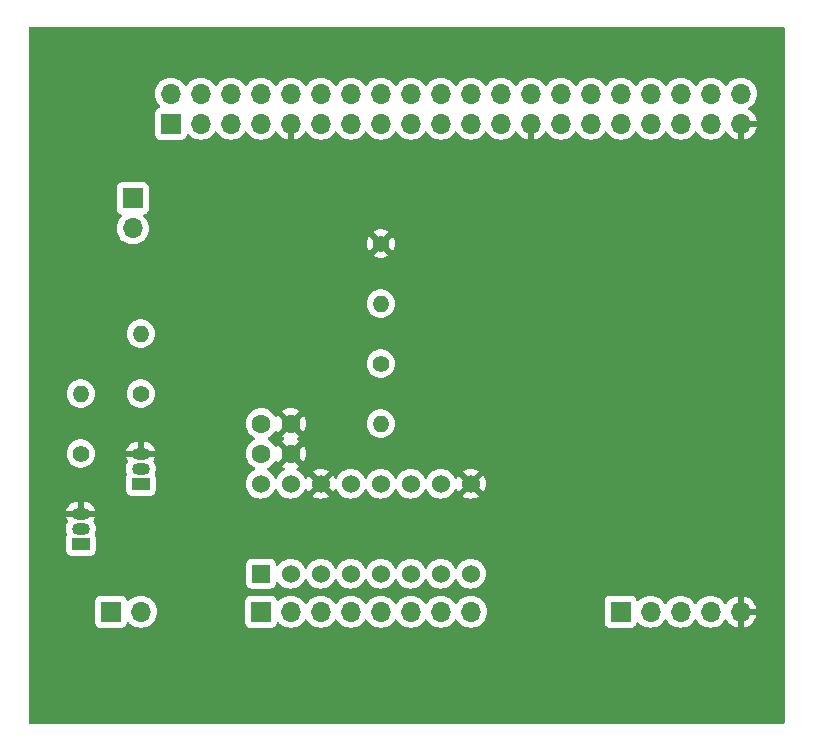
<source format=gbr>
%TF.GenerationSoftware,KiCad,Pcbnew,8.0.6*%
%TF.CreationDate,2024-11-09T21:25:44+11:00*%
%TF.ProjectId,aqua-pi-shield,61717561-2d70-4692-9d73-6869656c642e,rev?*%
%TF.SameCoordinates,Original*%
%TF.FileFunction,Copper,L2,Bot*%
%TF.FilePolarity,Positive*%
%FSLAX46Y46*%
G04 Gerber Fmt 4.6, Leading zero omitted, Abs format (unit mm)*
G04 Created by KiCad (PCBNEW 8.0.6) date 2024-11-09 21:25:44*
%MOMM*%
%LPD*%
G01*
G04 APERTURE LIST*
%TA.AperFunction,ComponentPad*%
%ADD10R,1.700000X1.700000*%
%TD*%
%TA.AperFunction,ComponentPad*%
%ADD11O,1.700000X1.700000*%
%TD*%
%TA.AperFunction,ComponentPad*%
%ADD12C,1.400000*%
%TD*%
%TA.AperFunction,ComponentPad*%
%ADD13O,1.400000X1.400000*%
%TD*%
%TA.AperFunction,ComponentPad*%
%ADD14C,1.600000*%
%TD*%
%TA.AperFunction,ComponentPad*%
%ADD15R,1.500000X1.050000*%
%TD*%
%TA.AperFunction,ComponentPad*%
%ADD16O,1.500000X1.050000*%
%TD*%
%TA.AperFunction,ComponentPad*%
%ADD17R,1.524000X1.524000*%
%TD*%
%TA.AperFunction,ComponentPad*%
%ADD18C,1.524000*%
%TD*%
G04 APERTURE END LIST*
D10*
%TO.P,J4,1,Pin_1*%
%TO.N,Net-(J1-Pin_31)*%
X134600000Y-117520000D03*
D11*
%TO.P,J4,2,Pin_2*%
%TO.N,Net-(J1-Pin_33)*%
X137140000Y-117520000D03*
%TO.P,J4,3,Pin_3*%
%TO.N,Net-(J1-Pin_35)*%
X139680000Y-117520000D03*
%TO.P,J4,4,Pin_4*%
%TO.N,Net-(J1-Pin_37)*%
X142220000Y-117520000D03*
%TO.P,J4,5,Pin_5*%
%TO.N,GND*%
X144760000Y-117520000D03*
%TD*%
D12*
%TO.P,R1,1*%
%TO.N,Net-(J1-Pin_21)*%
X114300000Y-96520000D03*
D13*
%TO.P,R1,2*%
%TO.N,Net-(U1-Dout)*%
X114300000Y-101600000D03*
%TD*%
D12*
%TO.P,R2,1*%
%TO.N,GND*%
X114300000Y-86360000D03*
D13*
%TO.P,R2,2*%
%TO.N,Net-(J1-Pin_21)*%
X114300000Y-91440000D03*
%TD*%
D10*
%TO.P,J3,1,Pin_1*%
%TO.N,Net-(J3-Pin_1)*%
X91440000Y-117520000D03*
D11*
%TO.P,J3,2,Pin_2*%
%TO.N,Net-(J3-Pin_2)*%
X93980000Y-117520000D03*
%TD*%
D10*
%TO.P,J2,1,Pin_1*%
%TO.N,Net-(J2-Pin_1)*%
X104140000Y-117520000D03*
D11*
%TO.P,J2,2,Pin_2*%
%TO.N,Net-(J2-Pin_2)*%
X106680000Y-117520000D03*
%TO.P,J2,3,Pin_3*%
%TO.N,Net-(J2-Pin_3)*%
X109220000Y-117520000D03*
%TO.P,J2,4,Pin_4*%
%TO.N,Net-(J2-Pin_4)*%
X111760000Y-117520000D03*
%TO.P,J2,5,Pin_5*%
%TO.N,Net-(J2-Pin_5)*%
X114300000Y-117520000D03*
%TO.P,J2,6,Pin_6*%
%TO.N,Net-(J2-Pin_6)*%
X116840000Y-117520000D03*
%TO.P,J2,7,Pin_7*%
%TO.N,Net-(J2-Pin_7)*%
X119380000Y-117520000D03*
%TO.P,J2,8,Pin_8*%
%TO.N,Net-(J2-Pin_8)*%
X121920000Y-117520000D03*
%TD*%
D12*
%TO.P,R4,1*%
%TO.N,Net-(Q1-B)*%
X93980000Y-99060000D03*
D13*
%TO.P,R4,2*%
%TO.N,Net-(J1-Pin_15)*%
X93980000Y-93980000D03*
%TD*%
D14*
%TO.P,C2,1*%
%TO.N,GND*%
X106680000Y-101600000D03*
%TO.P,C2,2*%
%TO.N,Net-(J1-Pin_2)*%
X104180000Y-101600000D03*
%TD*%
D10*
%TO.P,J5,1,Pin_1*%
%TO.N,Net-(J1-Pin_16)*%
X93300000Y-82520000D03*
D11*
%TO.P,J5,2,Pin_2*%
%TO.N,Net-(J1-Pin_18)*%
X93300000Y-85060000D03*
%TD*%
D10*
%TO.P,J1,1,Pin_1*%
%TO.N,unconnected-(J1-Pin_1-Pad1)*%
X96520000Y-76200000D03*
D11*
%TO.P,J1,2,Pin_2*%
%TO.N,Net-(J1-Pin_2)*%
X96520000Y-73660000D03*
%TO.P,J1,3,Pin_3*%
%TO.N,unconnected-(J1-Pin_3-Pad3)*%
X99060000Y-76200000D03*
%TO.P,J1,4,Pin_4*%
%TO.N,unconnected-(J1-Pin_4-Pad4)*%
X99060000Y-73660000D03*
%TO.P,J1,5,Pin_5*%
%TO.N,unconnected-(J1-Pin_5-Pad5)*%
X101600000Y-76200000D03*
%TO.P,J1,6,Pin_6*%
%TO.N,unconnected-(J1-Pin_6-Pad6)*%
X101600000Y-73660000D03*
%TO.P,J1,7,Pin_7*%
%TO.N,unconnected-(J1-Pin_7-Pad7)*%
X104140000Y-76200000D03*
%TO.P,J1,8,Pin_8*%
%TO.N,unconnected-(J1-Pin_8-Pad8)*%
X104140000Y-73660000D03*
%TO.P,J1,9,Pin_9*%
%TO.N,GND*%
X106680000Y-76200000D03*
%TO.P,J1,10,Pin_10*%
%TO.N,unconnected-(J1-Pin_10-Pad10)*%
X106680000Y-73660000D03*
%TO.P,J1,11,Pin_11*%
%TO.N,unconnected-(J1-Pin_11-Pad11)*%
X109220000Y-76200000D03*
%TO.P,J1,12,Pin_12*%
%TO.N,unconnected-(J1-Pin_12-Pad12)*%
X109220000Y-73660000D03*
%TO.P,J1,13,Pin_13*%
%TO.N,Net-(J1-Pin_13)*%
X111760000Y-76200000D03*
%TO.P,J1,14,Pin_14*%
%TO.N,unconnected-(J1-Pin_14-Pad14)*%
X111760000Y-73660000D03*
%TO.P,J1,15,Pin_15*%
%TO.N,Net-(J1-Pin_15)*%
X114300000Y-76200000D03*
%TO.P,J1,16,Pin_16*%
%TO.N,Net-(J1-Pin_16)*%
X114300000Y-73660000D03*
%TO.P,J1,17,Pin_17*%
%TO.N,unconnected-(J1-Pin_17-Pad17)*%
X116840000Y-76200000D03*
%TO.P,J1,18,Pin_18*%
%TO.N,Net-(J1-Pin_18)*%
X116840000Y-73660000D03*
%TO.P,J1,19,Pin_19*%
%TO.N,Net-(J1-Pin_19)*%
X119380000Y-76200000D03*
%TO.P,J1,20,Pin_20*%
%TO.N,unconnected-(J1-Pin_20-Pad20)*%
X119380000Y-73660000D03*
%TO.P,J1,21,Pin_21*%
%TO.N,Net-(J1-Pin_21)*%
X121920000Y-76200000D03*
%TO.P,J1,22,Pin_22*%
%TO.N,unconnected-(J1-Pin_22-Pad22)*%
X121920000Y-73660000D03*
%TO.P,J1,23,Pin_23*%
%TO.N,Net-(J1-Pin_23)*%
X124460000Y-76200000D03*
%TO.P,J1,24,Pin_24*%
%TO.N,Net-(J1-Pin_24)*%
X124460000Y-73660000D03*
%TO.P,J1,25,Pin_25*%
%TO.N,GND*%
X127000000Y-76200000D03*
%TO.P,J1,26,Pin_26*%
%TO.N,unconnected-(J1-Pin_26-Pad26)*%
X127000000Y-73660000D03*
%TO.P,J1,27,Pin_27*%
%TO.N,unconnected-(J1-Pin_27-Pad27)*%
X129540000Y-76200000D03*
%TO.P,J1,28,Pin_28*%
%TO.N,unconnected-(J1-Pin_28-Pad28)*%
X129540000Y-73660000D03*
%TO.P,J1,29,Pin_29*%
%TO.N,unconnected-(J1-Pin_29-Pad29)*%
X132080000Y-76200000D03*
%TO.P,J1,30,Pin_30*%
%TO.N,unconnected-(J1-Pin_30-Pad30)*%
X132080000Y-73660000D03*
%TO.P,J1,31,Pin_31*%
%TO.N,Net-(J1-Pin_31)*%
X134620000Y-76200000D03*
%TO.P,J1,32,Pin_32*%
%TO.N,unconnected-(J1-Pin_32-Pad32)*%
X134620000Y-73660000D03*
%TO.P,J1,33,Pin_33*%
%TO.N,Net-(J1-Pin_33)*%
X137160000Y-76200000D03*
%TO.P,J1,34,Pin_34*%
%TO.N,unconnected-(J1-Pin_34-Pad34)*%
X137160000Y-73660000D03*
%TO.P,J1,35,Pin_35*%
%TO.N,Net-(J1-Pin_35)*%
X139700000Y-76200000D03*
%TO.P,J1,36,Pin_36*%
%TO.N,unconnected-(J1-Pin_36-Pad36)*%
X139700000Y-73660000D03*
%TO.P,J1,37,Pin_37*%
%TO.N,Net-(J1-Pin_37)*%
X142240000Y-76200000D03*
%TO.P,J1,38,Pin_38*%
%TO.N,unconnected-(J1-Pin_38-Pad38)*%
X142240000Y-73660000D03*
%TO.P,J1,39,Pin_39*%
%TO.N,GND*%
X144780000Y-76200000D03*
%TO.P,J1,40,Pin_40*%
%TO.N,unconnected-(J1-Pin_40-Pad40)*%
X144780000Y-73660000D03*
%TD*%
D12*
%TO.P,R3,1*%
%TO.N,Net-(Q2-B)*%
X88900000Y-104140000D03*
D13*
%TO.P,R3,2*%
%TO.N,Net-(J1-Pin_13)*%
X88900000Y-99060000D03*
%TD*%
D15*
%TO.P,Q2,1,C*%
%TO.N,Net-(J3-Pin_1)*%
X88900000Y-111760000D03*
D16*
%TO.P,Q2,2,B*%
%TO.N,Net-(Q2-B)*%
X88900000Y-110490000D03*
%TO.P,Q2,3,E*%
%TO.N,GND*%
X88900000Y-109220000D03*
%TD*%
D15*
%TO.P,Q1,1,C*%
%TO.N,Net-(J3-Pin_2)*%
X93980000Y-106680000D03*
D16*
%TO.P,Q1,2,B*%
%TO.N,Net-(Q1-B)*%
X93980000Y-105410000D03*
%TO.P,Q1,3,E*%
%TO.N,GND*%
X93980000Y-104140000D03*
%TD*%
D17*
%TO.P,U1,1,CH0*%
%TO.N,Net-(J2-Pin_1)*%
X104140000Y-114300000D03*
D18*
%TO.P,U1,2,CH1*%
%TO.N,Net-(J2-Pin_2)*%
X106680000Y-114300000D03*
%TO.P,U1,3,CH2*%
%TO.N,Net-(J2-Pin_3)*%
X109220000Y-114300000D03*
%TO.P,U1,4,CH3*%
%TO.N,Net-(J2-Pin_4)*%
X111760000Y-114300000D03*
%TO.P,U1,5,CH4*%
%TO.N,Net-(J2-Pin_5)*%
X114300000Y-114300000D03*
%TO.P,U1,6,CH5*%
%TO.N,Net-(J2-Pin_6)*%
X116840000Y-114300000D03*
%TO.P,U1,7,CH6*%
%TO.N,Net-(J2-Pin_7)*%
X119380000Y-114300000D03*
%TO.P,U1,8,CH7*%
%TO.N,Net-(J2-Pin_8)*%
X121920000Y-114300000D03*
%TO.P,U1,9,DGND*%
%TO.N,GND*%
X121920000Y-106680000D03*
%TO.P,U1,10,~{CS}/SHDN*%
%TO.N,Net-(J1-Pin_24)*%
X119380000Y-106680000D03*
%TO.P,U1,11,Din*%
%TO.N,Net-(J1-Pin_19)*%
X116840000Y-106680000D03*
%TO.P,U1,12,Dout*%
%TO.N,Net-(U1-Dout)*%
X114300000Y-106680000D03*
%TO.P,U1,13,CLK*%
%TO.N,Net-(J1-Pin_23)*%
X111760000Y-106680000D03*
%TO.P,U1,14,AGND*%
%TO.N,GND*%
X109220000Y-106680000D03*
%TO.P,U1,15,Vref*%
%TO.N,Net-(J1-Pin_2)*%
X106680000Y-106680000D03*
%TO.P,U1,16,Vdd*%
X104140000Y-106680000D03*
%TD*%
D14*
%TO.P,C1,1*%
%TO.N,GND*%
X106680000Y-104140000D03*
%TO.P,C1,2*%
%TO.N,Net-(J1-Pin_2)*%
X104180000Y-104140000D03*
%TD*%
%TA.AperFunction,Conductor*%
%TO.N,GND*%
G36*
X106280000Y-104192661D02*
G01*
X106307259Y-104294394D01*
X106359920Y-104385606D01*
X106434394Y-104460080D01*
X106525606Y-104512741D01*
X106627339Y-104540000D01*
X106633553Y-104540000D01*
X105954526Y-105219025D01*
X106027513Y-105270132D01*
X106027521Y-105270136D01*
X106130822Y-105318306D01*
X106183262Y-105364478D01*
X106202414Y-105431671D01*
X106182199Y-105498552D01*
X106130823Y-105543070D01*
X106046340Y-105582465D01*
X106046338Y-105582466D01*
X105865377Y-105709175D01*
X105709175Y-105865377D01*
X105582466Y-106046338D01*
X105582465Y-106046340D01*
X105522382Y-106175189D01*
X105476209Y-106227628D01*
X105409016Y-106246780D01*
X105342135Y-106226564D01*
X105297618Y-106175189D01*
X105238083Y-106047517D01*
X105237534Y-106046339D01*
X105143935Y-105912665D01*
X105110827Y-105865381D01*
X105035244Y-105789798D01*
X104954620Y-105709174D01*
X104954616Y-105709171D01*
X104954615Y-105709170D01*
X104773666Y-105582468D01*
X104773662Y-105582466D01*
X104709768Y-105552672D01*
X104657329Y-105506500D01*
X104638177Y-105439306D01*
X104658393Y-105372425D01*
X104709767Y-105327908D01*
X104832734Y-105270568D01*
X105019139Y-105140047D01*
X105180047Y-104979139D01*
X105310568Y-104792734D01*
X105317893Y-104777024D01*
X105364064Y-104724586D01*
X105431257Y-104705433D01*
X105498138Y-104725648D01*
X105542657Y-104777024D01*
X105549864Y-104792480D01*
X105600974Y-104865472D01*
X106280000Y-104186446D01*
X106280000Y-104192661D01*
G37*
%TD.AperFunction*%
%TA.AperFunction,Conductor*%
G36*
X106280000Y-101652661D02*
G01*
X106307259Y-101754394D01*
X106359920Y-101845606D01*
X106434394Y-101920080D01*
X106525606Y-101972741D01*
X106627339Y-102000000D01*
X106633553Y-102000000D01*
X105954526Y-102679025D01*
X106027513Y-102730132D01*
X106027517Y-102730134D01*
X106086456Y-102757618D01*
X106138895Y-102803790D01*
X106158047Y-102870984D01*
X106137831Y-102937865D01*
X106086457Y-102982382D01*
X106027512Y-103009868D01*
X105954526Y-103060973D01*
X105954526Y-103060974D01*
X106633553Y-103740000D01*
X106627339Y-103740000D01*
X106525606Y-103767259D01*
X106434394Y-103819920D01*
X106359920Y-103894394D01*
X106307259Y-103985606D01*
X106280000Y-104087339D01*
X106280000Y-104093552D01*
X105600974Y-103414526D01*
X105600973Y-103414526D01*
X105549868Y-103487512D01*
X105549867Y-103487514D01*
X105542656Y-103502979D01*
X105496482Y-103555417D01*
X105429288Y-103574567D01*
X105362407Y-103554350D01*
X105317893Y-103502976D01*
X105310568Y-103487266D01*
X105180047Y-103300861D01*
X105180045Y-103300858D01*
X105019141Y-103139954D01*
X104832734Y-103009432D01*
X104832728Y-103009429D01*
X104774725Y-102982382D01*
X104722285Y-102936210D01*
X104703133Y-102869017D01*
X104723348Y-102802135D01*
X104774725Y-102757618D01*
X104832734Y-102730568D01*
X105019139Y-102600047D01*
X105180047Y-102439139D01*
X105310568Y-102252734D01*
X105317893Y-102237024D01*
X105364064Y-102184586D01*
X105431257Y-102165433D01*
X105498138Y-102185648D01*
X105542657Y-102237024D01*
X105549864Y-102252480D01*
X105600974Y-102325472D01*
X106280000Y-101646446D01*
X106280000Y-101652661D01*
G37*
%TD.AperFunction*%
%TA.AperFunction,Conductor*%
G36*
X148442539Y-68020185D02*
G01*
X148488294Y-68072989D01*
X148499500Y-68124500D01*
X148499500Y-126875500D01*
X148479815Y-126942539D01*
X148427011Y-126988294D01*
X148375500Y-126999500D01*
X84624500Y-126999500D01*
X84557461Y-126979815D01*
X84511706Y-126927011D01*
X84500500Y-126875500D01*
X84500500Y-116622135D01*
X90089500Y-116622135D01*
X90089500Y-118417870D01*
X90089501Y-118417876D01*
X90095908Y-118477483D01*
X90146202Y-118612328D01*
X90146206Y-118612335D01*
X90232452Y-118727544D01*
X90232455Y-118727547D01*
X90347664Y-118813793D01*
X90347671Y-118813797D01*
X90482517Y-118864091D01*
X90482516Y-118864091D01*
X90489444Y-118864835D01*
X90542127Y-118870500D01*
X92337872Y-118870499D01*
X92397483Y-118864091D01*
X92532331Y-118813796D01*
X92647546Y-118727546D01*
X92733796Y-118612331D01*
X92782810Y-118480916D01*
X92824681Y-118424984D01*
X92890145Y-118400566D01*
X92958418Y-118415417D01*
X92986673Y-118436569D01*
X93108599Y-118558495D01*
X93205384Y-118626265D01*
X93302165Y-118694032D01*
X93302167Y-118694033D01*
X93302170Y-118694035D01*
X93516337Y-118793903D01*
X93744592Y-118855063D01*
X93921034Y-118870500D01*
X93979999Y-118875659D01*
X93980000Y-118875659D01*
X93980001Y-118875659D01*
X94038966Y-118870500D01*
X94215408Y-118855063D01*
X94443663Y-118793903D01*
X94657830Y-118694035D01*
X94851401Y-118558495D01*
X95018495Y-118391401D01*
X95154035Y-118197830D01*
X95253903Y-117983663D01*
X95315063Y-117755408D01*
X95335659Y-117520000D01*
X95315063Y-117284592D01*
X95253903Y-117056337D01*
X95154035Y-116842171D01*
X95148731Y-116834595D01*
X95018494Y-116648597D01*
X94992032Y-116622135D01*
X102789500Y-116622135D01*
X102789500Y-118417870D01*
X102789501Y-118417876D01*
X102795908Y-118477483D01*
X102846202Y-118612328D01*
X102846206Y-118612335D01*
X102932452Y-118727544D01*
X102932455Y-118727547D01*
X103047664Y-118813793D01*
X103047671Y-118813797D01*
X103182517Y-118864091D01*
X103182516Y-118864091D01*
X103189444Y-118864835D01*
X103242127Y-118870500D01*
X105037872Y-118870499D01*
X105097483Y-118864091D01*
X105232331Y-118813796D01*
X105347546Y-118727546D01*
X105433796Y-118612331D01*
X105482810Y-118480916D01*
X105524681Y-118424984D01*
X105590145Y-118400566D01*
X105658418Y-118415417D01*
X105686673Y-118436569D01*
X105808599Y-118558495D01*
X105905384Y-118626265D01*
X106002165Y-118694032D01*
X106002167Y-118694033D01*
X106002170Y-118694035D01*
X106216337Y-118793903D01*
X106444592Y-118855063D01*
X106621034Y-118870500D01*
X106679999Y-118875659D01*
X106680000Y-118875659D01*
X106680001Y-118875659D01*
X106738966Y-118870500D01*
X106915408Y-118855063D01*
X107143663Y-118793903D01*
X107357830Y-118694035D01*
X107551401Y-118558495D01*
X107718495Y-118391401D01*
X107848425Y-118205842D01*
X107903002Y-118162217D01*
X107972500Y-118155023D01*
X108034855Y-118186546D01*
X108051575Y-118205842D01*
X108181500Y-118391395D01*
X108181505Y-118391401D01*
X108348599Y-118558495D01*
X108445384Y-118626265D01*
X108542165Y-118694032D01*
X108542167Y-118694033D01*
X108542170Y-118694035D01*
X108756337Y-118793903D01*
X108984592Y-118855063D01*
X109161034Y-118870500D01*
X109219999Y-118875659D01*
X109220000Y-118875659D01*
X109220001Y-118875659D01*
X109278966Y-118870500D01*
X109455408Y-118855063D01*
X109683663Y-118793903D01*
X109897830Y-118694035D01*
X110091401Y-118558495D01*
X110258495Y-118391401D01*
X110388425Y-118205842D01*
X110443002Y-118162217D01*
X110512500Y-118155023D01*
X110574855Y-118186546D01*
X110591575Y-118205842D01*
X110721500Y-118391395D01*
X110721505Y-118391401D01*
X110888599Y-118558495D01*
X110985384Y-118626265D01*
X111082165Y-118694032D01*
X111082167Y-118694033D01*
X111082170Y-118694035D01*
X111296337Y-118793903D01*
X111524592Y-118855063D01*
X111701034Y-118870500D01*
X111759999Y-118875659D01*
X111760000Y-118875659D01*
X111760001Y-118875659D01*
X111818966Y-118870500D01*
X111995408Y-118855063D01*
X112223663Y-118793903D01*
X112437830Y-118694035D01*
X112631401Y-118558495D01*
X112798495Y-118391401D01*
X112928425Y-118205842D01*
X112983002Y-118162217D01*
X113052500Y-118155023D01*
X113114855Y-118186546D01*
X113131575Y-118205842D01*
X113261500Y-118391395D01*
X113261505Y-118391401D01*
X113428599Y-118558495D01*
X113525384Y-118626265D01*
X113622165Y-118694032D01*
X113622167Y-118694033D01*
X113622170Y-118694035D01*
X113836337Y-118793903D01*
X114064592Y-118855063D01*
X114241034Y-118870500D01*
X114299999Y-118875659D01*
X114300000Y-118875659D01*
X114300001Y-118875659D01*
X114358966Y-118870500D01*
X114535408Y-118855063D01*
X114763663Y-118793903D01*
X114977830Y-118694035D01*
X115171401Y-118558495D01*
X115338495Y-118391401D01*
X115468425Y-118205842D01*
X115523002Y-118162217D01*
X115592500Y-118155023D01*
X115654855Y-118186546D01*
X115671575Y-118205842D01*
X115801500Y-118391395D01*
X115801505Y-118391401D01*
X115968599Y-118558495D01*
X116065384Y-118626265D01*
X116162165Y-118694032D01*
X116162167Y-118694033D01*
X116162170Y-118694035D01*
X116376337Y-118793903D01*
X116604592Y-118855063D01*
X116781034Y-118870500D01*
X116839999Y-118875659D01*
X116840000Y-118875659D01*
X116840001Y-118875659D01*
X116898966Y-118870500D01*
X117075408Y-118855063D01*
X117303663Y-118793903D01*
X117517830Y-118694035D01*
X117711401Y-118558495D01*
X117878495Y-118391401D01*
X118008425Y-118205842D01*
X118063002Y-118162217D01*
X118132500Y-118155023D01*
X118194855Y-118186546D01*
X118211575Y-118205842D01*
X118341500Y-118391395D01*
X118341505Y-118391401D01*
X118508599Y-118558495D01*
X118605384Y-118626265D01*
X118702165Y-118694032D01*
X118702167Y-118694033D01*
X118702170Y-118694035D01*
X118916337Y-118793903D01*
X119144592Y-118855063D01*
X119321034Y-118870500D01*
X119379999Y-118875659D01*
X119380000Y-118875659D01*
X119380001Y-118875659D01*
X119438966Y-118870500D01*
X119615408Y-118855063D01*
X119843663Y-118793903D01*
X120057830Y-118694035D01*
X120251401Y-118558495D01*
X120418495Y-118391401D01*
X120548425Y-118205842D01*
X120603002Y-118162217D01*
X120672500Y-118155023D01*
X120734855Y-118186546D01*
X120751575Y-118205842D01*
X120881500Y-118391395D01*
X120881505Y-118391401D01*
X121048599Y-118558495D01*
X121145384Y-118626265D01*
X121242165Y-118694032D01*
X121242167Y-118694033D01*
X121242170Y-118694035D01*
X121456337Y-118793903D01*
X121684592Y-118855063D01*
X121861034Y-118870500D01*
X121919999Y-118875659D01*
X121920000Y-118875659D01*
X121920001Y-118875659D01*
X121978966Y-118870500D01*
X122155408Y-118855063D01*
X122383663Y-118793903D01*
X122597830Y-118694035D01*
X122791401Y-118558495D01*
X122958495Y-118391401D01*
X123094035Y-118197830D01*
X123193903Y-117983663D01*
X123255063Y-117755408D01*
X123275659Y-117520000D01*
X123255063Y-117284592D01*
X123193903Y-117056337D01*
X123094035Y-116842171D01*
X123088731Y-116834595D01*
X122958494Y-116648597D01*
X122932032Y-116622135D01*
X133249500Y-116622135D01*
X133249500Y-118417870D01*
X133249501Y-118417876D01*
X133255908Y-118477483D01*
X133306202Y-118612328D01*
X133306206Y-118612335D01*
X133392452Y-118727544D01*
X133392455Y-118727547D01*
X133507664Y-118813793D01*
X133507671Y-118813797D01*
X133642517Y-118864091D01*
X133642516Y-118864091D01*
X133649444Y-118864835D01*
X133702127Y-118870500D01*
X135497872Y-118870499D01*
X135557483Y-118864091D01*
X135692331Y-118813796D01*
X135807546Y-118727546D01*
X135893796Y-118612331D01*
X135942810Y-118480916D01*
X135984681Y-118424984D01*
X136050145Y-118400566D01*
X136118418Y-118415417D01*
X136146673Y-118436569D01*
X136268599Y-118558495D01*
X136365384Y-118626265D01*
X136462165Y-118694032D01*
X136462167Y-118694033D01*
X136462170Y-118694035D01*
X136676337Y-118793903D01*
X136904592Y-118855063D01*
X137081034Y-118870500D01*
X137139999Y-118875659D01*
X137140000Y-118875659D01*
X137140001Y-118875659D01*
X137198966Y-118870500D01*
X137375408Y-118855063D01*
X137603663Y-118793903D01*
X137817830Y-118694035D01*
X138011401Y-118558495D01*
X138178495Y-118391401D01*
X138308425Y-118205842D01*
X138363002Y-118162217D01*
X138432500Y-118155023D01*
X138494855Y-118186546D01*
X138511575Y-118205842D01*
X138641500Y-118391395D01*
X138641505Y-118391401D01*
X138808599Y-118558495D01*
X138905384Y-118626265D01*
X139002165Y-118694032D01*
X139002167Y-118694033D01*
X139002170Y-118694035D01*
X139216337Y-118793903D01*
X139444592Y-118855063D01*
X139621034Y-118870500D01*
X139679999Y-118875659D01*
X139680000Y-118875659D01*
X139680001Y-118875659D01*
X139738966Y-118870500D01*
X139915408Y-118855063D01*
X140143663Y-118793903D01*
X140357830Y-118694035D01*
X140551401Y-118558495D01*
X140718495Y-118391401D01*
X140848425Y-118205842D01*
X140903002Y-118162217D01*
X140972500Y-118155023D01*
X141034855Y-118186546D01*
X141051575Y-118205842D01*
X141181500Y-118391395D01*
X141181505Y-118391401D01*
X141348599Y-118558495D01*
X141445384Y-118626265D01*
X141542165Y-118694032D01*
X141542167Y-118694033D01*
X141542170Y-118694035D01*
X141756337Y-118793903D01*
X141984592Y-118855063D01*
X142161034Y-118870500D01*
X142219999Y-118875659D01*
X142220000Y-118875659D01*
X142220001Y-118875659D01*
X142278966Y-118870500D01*
X142455408Y-118855063D01*
X142683663Y-118793903D01*
X142897830Y-118694035D01*
X143091401Y-118558495D01*
X143258495Y-118391401D01*
X143388730Y-118205405D01*
X143443307Y-118161781D01*
X143512805Y-118154587D01*
X143575160Y-118186110D01*
X143591879Y-118205405D01*
X143721890Y-118391078D01*
X143888917Y-118558105D01*
X144082421Y-118693600D01*
X144296507Y-118793429D01*
X144296516Y-118793433D01*
X144510000Y-118850634D01*
X144510000Y-117953012D01*
X144567007Y-117985925D01*
X144694174Y-118020000D01*
X144825826Y-118020000D01*
X144952993Y-117985925D01*
X145010000Y-117953012D01*
X145010000Y-118850633D01*
X145223483Y-118793433D01*
X145223492Y-118793429D01*
X145437578Y-118693600D01*
X145631082Y-118558105D01*
X145798105Y-118391082D01*
X145933600Y-118197578D01*
X146033429Y-117983492D01*
X146033432Y-117983486D01*
X146090636Y-117770000D01*
X145193012Y-117770000D01*
X145225925Y-117712993D01*
X145260000Y-117585826D01*
X145260000Y-117454174D01*
X145225925Y-117327007D01*
X145193012Y-117270000D01*
X146090636Y-117270000D01*
X146090635Y-117269999D01*
X146033432Y-117056513D01*
X146033429Y-117056507D01*
X145933600Y-116842422D01*
X145933599Y-116842420D01*
X145798113Y-116648926D01*
X145798108Y-116648920D01*
X145631082Y-116481894D01*
X145437578Y-116346399D01*
X145223492Y-116246570D01*
X145223486Y-116246567D01*
X145010000Y-116189364D01*
X145010000Y-117086988D01*
X144952993Y-117054075D01*
X144825826Y-117020000D01*
X144694174Y-117020000D01*
X144567007Y-117054075D01*
X144510000Y-117086988D01*
X144510000Y-116189364D01*
X144509999Y-116189364D01*
X144296513Y-116246567D01*
X144296507Y-116246570D01*
X144082422Y-116346399D01*
X144082420Y-116346400D01*
X143888926Y-116481886D01*
X143888920Y-116481891D01*
X143721891Y-116648920D01*
X143721890Y-116648922D01*
X143591880Y-116834595D01*
X143537303Y-116878219D01*
X143467804Y-116885412D01*
X143405450Y-116853890D01*
X143388730Y-116834594D01*
X143258494Y-116648597D01*
X143091402Y-116481506D01*
X143091395Y-116481501D01*
X142897834Y-116345967D01*
X142897830Y-116345965D01*
X142897828Y-116345964D01*
X142683663Y-116246097D01*
X142683659Y-116246096D01*
X142683655Y-116246094D01*
X142455413Y-116184938D01*
X142455403Y-116184936D01*
X142220001Y-116164341D01*
X142219999Y-116164341D01*
X141984596Y-116184936D01*
X141984586Y-116184938D01*
X141756344Y-116246094D01*
X141756335Y-116246098D01*
X141542171Y-116345964D01*
X141542169Y-116345965D01*
X141348597Y-116481505D01*
X141181505Y-116648597D01*
X141051575Y-116834158D01*
X140996998Y-116877783D01*
X140927500Y-116884977D01*
X140865145Y-116853454D01*
X140848425Y-116834158D01*
X140718494Y-116648597D01*
X140551402Y-116481506D01*
X140551395Y-116481501D01*
X140357834Y-116345967D01*
X140357830Y-116345965D01*
X140357828Y-116345964D01*
X140143663Y-116246097D01*
X140143659Y-116246096D01*
X140143655Y-116246094D01*
X139915413Y-116184938D01*
X139915403Y-116184936D01*
X139680001Y-116164341D01*
X139679999Y-116164341D01*
X139444596Y-116184936D01*
X139444586Y-116184938D01*
X139216344Y-116246094D01*
X139216335Y-116246098D01*
X139002171Y-116345964D01*
X139002169Y-116345965D01*
X138808597Y-116481505D01*
X138641505Y-116648597D01*
X138511575Y-116834158D01*
X138456998Y-116877783D01*
X138387500Y-116884977D01*
X138325145Y-116853454D01*
X138308425Y-116834158D01*
X138178494Y-116648597D01*
X138011402Y-116481506D01*
X138011395Y-116481501D01*
X137817834Y-116345967D01*
X137817830Y-116345965D01*
X137817828Y-116345964D01*
X137603663Y-116246097D01*
X137603659Y-116246096D01*
X137603655Y-116246094D01*
X137375413Y-116184938D01*
X137375403Y-116184936D01*
X137140001Y-116164341D01*
X137139999Y-116164341D01*
X136904596Y-116184936D01*
X136904586Y-116184938D01*
X136676344Y-116246094D01*
X136676335Y-116246098D01*
X136462171Y-116345964D01*
X136462169Y-116345965D01*
X136268600Y-116481503D01*
X136146673Y-116603430D01*
X136085350Y-116636914D01*
X136015658Y-116631930D01*
X135959725Y-116590058D01*
X135942810Y-116559081D01*
X135893797Y-116427671D01*
X135893793Y-116427664D01*
X135807547Y-116312455D01*
X135807544Y-116312452D01*
X135692335Y-116226206D01*
X135692328Y-116226202D01*
X135557482Y-116175908D01*
X135557483Y-116175908D01*
X135497883Y-116169501D01*
X135497881Y-116169500D01*
X135497873Y-116169500D01*
X135497864Y-116169500D01*
X133702129Y-116169500D01*
X133702123Y-116169501D01*
X133642516Y-116175908D01*
X133507671Y-116226202D01*
X133507664Y-116226206D01*
X133392455Y-116312452D01*
X133392452Y-116312455D01*
X133306206Y-116427664D01*
X133306202Y-116427671D01*
X133255908Y-116562517D01*
X133249501Y-116622116D01*
X133249500Y-116622135D01*
X122932032Y-116622135D01*
X122791402Y-116481506D01*
X122791395Y-116481501D01*
X122597834Y-116345967D01*
X122597830Y-116345965D01*
X122597828Y-116345964D01*
X122383663Y-116246097D01*
X122383659Y-116246096D01*
X122383655Y-116246094D01*
X122155413Y-116184938D01*
X122155403Y-116184936D01*
X121920001Y-116164341D01*
X121919999Y-116164341D01*
X121684596Y-116184936D01*
X121684586Y-116184938D01*
X121456344Y-116246094D01*
X121456335Y-116246098D01*
X121242171Y-116345964D01*
X121242169Y-116345965D01*
X121048597Y-116481505D01*
X120881505Y-116648597D01*
X120751575Y-116834158D01*
X120696998Y-116877783D01*
X120627500Y-116884977D01*
X120565145Y-116853454D01*
X120548425Y-116834158D01*
X120418494Y-116648597D01*
X120251402Y-116481506D01*
X120251395Y-116481501D01*
X120057834Y-116345967D01*
X120057830Y-116345965D01*
X120057828Y-116345964D01*
X119843663Y-116246097D01*
X119843659Y-116246096D01*
X119843655Y-116246094D01*
X119615413Y-116184938D01*
X119615403Y-116184936D01*
X119380001Y-116164341D01*
X119379999Y-116164341D01*
X119144596Y-116184936D01*
X119144586Y-116184938D01*
X118916344Y-116246094D01*
X118916335Y-116246098D01*
X118702171Y-116345964D01*
X118702169Y-116345965D01*
X118508597Y-116481505D01*
X118341505Y-116648597D01*
X118211575Y-116834158D01*
X118156998Y-116877783D01*
X118087500Y-116884977D01*
X118025145Y-116853454D01*
X118008425Y-116834158D01*
X117878494Y-116648597D01*
X117711402Y-116481506D01*
X117711395Y-116481501D01*
X117517834Y-116345967D01*
X117517830Y-116345965D01*
X117517828Y-116345964D01*
X117303663Y-116246097D01*
X117303659Y-116246096D01*
X117303655Y-116246094D01*
X117075413Y-116184938D01*
X117075403Y-116184936D01*
X116840001Y-116164341D01*
X116839999Y-116164341D01*
X116604596Y-116184936D01*
X116604586Y-116184938D01*
X116376344Y-116246094D01*
X116376335Y-116246098D01*
X116162171Y-116345964D01*
X116162169Y-116345965D01*
X115968597Y-116481505D01*
X115801505Y-116648597D01*
X115671575Y-116834158D01*
X115616998Y-116877783D01*
X115547500Y-116884977D01*
X115485145Y-116853454D01*
X115468425Y-116834158D01*
X115338494Y-116648597D01*
X115171402Y-116481506D01*
X115171395Y-116481501D01*
X114977834Y-116345967D01*
X114977830Y-116345965D01*
X114977828Y-116345964D01*
X114763663Y-116246097D01*
X114763659Y-116246096D01*
X114763655Y-116246094D01*
X114535413Y-116184938D01*
X114535403Y-116184936D01*
X114300001Y-116164341D01*
X114299999Y-116164341D01*
X114064596Y-116184936D01*
X114064586Y-116184938D01*
X113836344Y-116246094D01*
X113836335Y-116246098D01*
X113622171Y-116345964D01*
X113622169Y-116345965D01*
X113428597Y-116481505D01*
X113261505Y-116648597D01*
X113131575Y-116834158D01*
X113076998Y-116877783D01*
X113007500Y-116884977D01*
X112945145Y-116853454D01*
X112928425Y-116834158D01*
X112798494Y-116648597D01*
X112631402Y-116481506D01*
X112631395Y-116481501D01*
X112437834Y-116345967D01*
X112437830Y-116345965D01*
X112437828Y-116345964D01*
X112223663Y-116246097D01*
X112223659Y-116246096D01*
X112223655Y-116246094D01*
X111995413Y-116184938D01*
X111995403Y-116184936D01*
X111760001Y-116164341D01*
X111759999Y-116164341D01*
X111524596Y-116184936D01*
X111524586Y-116184938D01*
X111296344Y-116246094D01*
X111296335Y-116246098D01*
X111082171Y-116345964D01*
X111082169Y-116345965D01*
X110888597Y-116481505D01*
X110721505Y-116648597D01*
X110591575Y-116834158D01*
X110536998Y-116877783D01*
X110467500Y-116884977D01*
X110405145Y-116853454D01*
X110388425Y-116834158D01*
X110258494Y-116648597D01*
X110091402Y-116481506D01*
X110091395Y-116481501D01*
X109897834Y-116345967D01*
X109897830Y-116345965D01*
X109897828Y-116345964D01*
X109683663Y-116246097D01*
X109683659Y-116246096D01*
X109683655Y-116246094D01*
X109455413Y-116184938D01*
X109455403Y-116184936D01*
X109220001Y-116164341D01*
X109219999Y-116164341D01*
X108984596Y-116184936D01*
X108984586Y-116184938D01*
X108756344Y-116246094D01*
X108756335Y-116246098D01*
X108542171Y-116345964D01*
X108542169Y-116345965D01*
X108348597Y-116481505D01*
X108181505Y-116648597D01*
X108051575Y-116834158D01*
X107996998Y-116877783D01*
X107927500Y-116884977D01*
X107865145Y-116853454D01*
X107848425Y-116834158D01*
X107718494Y-116648597D01*
X107551402Y-116481506D01*
X107551395Y-116481501D01*
X107357834Y-116345967D01*
X107357830Y-116345965D01*
X107357828Y-116345964D01*
X107143663Y-116246097D01*
X107143659Y-116246096D01*
X107143655Y-116246094D01*
X106915413Y-116184938D01*
X106915403Y-116184936D01*
X106680001Y-116164341D01*
X106679999Y-116164341D01*
X106444596Y-116184936D01*
X106444586Y-116184938D01*
X106216344Y-116246094D01*
X106216335Y-116246098D01*
X106002171Y-116345964D01*
X106002169Y-116345965D01*
X105808600Y-116481503D01*
X105686673Y-116603430D01*
X105625350Y-116636914D01*
X105555658Y-116631930D01*
X105499725Y-116590058D01*
X105482810Y-116559081D01*
X105433797Y-116427671D01*
X105433793Y-116427664D01*
X105347547Y-116312455D01*
X105347544Y-116312452D01*
X105232335Y-116226206D01*
X105232328Y-116226202D01*
X105097482Y-116175908D01*
X105097483Y-116175908D01*
X105037883Y-116169501D01*
X105037881Y-116169500D01*
X105037873Y-116169500D01*
X105037864Y-116169500D01*
X103242129Y-116169500D01*
X103242123Y-116169501D01*
X103182516Y-116175908D01*
X103047671Y-116226202D01*
X103047664Y-116226206D01*
X102932455Y-116312452D01*
X102932452Y-116312455D01*
X102846206Y-116427664D01*
X102846202Y-116427671D01*
X102795908Y-116562517D01*
X102789501Y-116622116D01*
X102789500Y-116622135D01*
X94992032Y-116622135D01*
X94851402Y-116481506D01*
X94851395Y-116481501D01*
X94657834Y-116345967D01*
X94657830Y-116345965D01*
X94657828Y-116345964D01*
X94443663Y-116246097D01*
X94443659Y-116246096D01*
X94443655Y-116246094D01*
X94215413Y-116184938D01*
X94215403Y-116184936D01*
X93980001Y-116164341D01*
X93979999Y-116164341D01*
X93744596Y-116184936D01*
X93744586Y-116184938D01*
X93516344Y-116246094D01*
X93516335Y-116246098D01*
X93302171Y-116345964D01*
X93302169Y-116345965D01*
X93108600Y-116481503D01*
X92986673Y-116603430D01*
X92925350Y-116636914D01*
X92855658Y-116631930D01*
X92799725Y-116590058D01*
X92782810Y-116559081D01*
X92733797Y-116427671D01*
X92733793Y-116427664D01*
X92647547Y-116312455D01*
X92647544Y-116312452D01*
X92532335Y-116226206D01*
X92532328Y-116226202D01*
X92397482Y-116175908D01*
X92397483Y-116175908D01*
X92337883Y-116169501D01*
X92337881Y-116169500D01*
X92337873Y-116169500D01*
X92337864Y-116169500D01*
X90542129Y-116169500D01*
X90542123Y-116169501D01*
X90482516Y-116175908D01*
X90347671Y-116226202D01*
X90347664Y-116226206D01*
X90232455Y-116312452D01*
X90232452Y-116312455D01*
X90146206Y-116427664D01*
X90146202Y-116427671D01*
X90095908Y-116562517D01*
X90089501Y-116622116D01*
X90089500Y-116622135D01*
X84500500Y-116622135D01*
X84500500Y-113490135D01*
X102877500Y-113490135D01*
X102877500Y-115109870D01*
X102877501Y-115109876D01*
X102883908Y-115169483D01*
X102934202Y-115304328D01*
X102934206Y-115304335D01*
X103020452Y-115419544D01*
X103020455Y-115419547D01*
X103135664Y-115505793D01*
X103135671Y-115505797D01*
X103270517Y-115556091D01*
X103270516Y-115556091D01*
X103277444Y-115556835D01*
X103330127Y-115562500D01*
X104949872Y-115562499D01*
X105009483Y-115556091D01*
X105144331Y-115505796D01*
X105259546Y-115419546D01*
X105345796Y-115304331D01*
X105396091Y-115169483D01*
X105402500Y-115109873D01*
X105402499Y-115069920D01*
X105422182Y-115002884D01*
X105474985Y-114957128D01*
X105544143Y-114947183D01*
X105607700Y-114976206D01*
X105628073Y-114998796D01*
X105709174Y-115114620D01*
X105709175Y-115114621D01*
X105865378Y-115270824D01*
X105865384Y-115270829D01*
X106046333Y-115397531D01*
X106046335Y-115397532D01*
X106046338Y-115397534D01*
X106246550Y-115490894D01*
X106459932Y-115548070D01*
X106617123Y-115561822D01*
X106679998Y-115567323D01*
X106680000Y-115567323D01*
X106680002Y-115567323D01*
X106735151Y-115562498D01*
X106900068Y-115548070D01*
X107113450Y-115490894D01*
X107313662Y-115397534D01*
X107494620Y-115270826D01*
X107650826Y-115114620D01*
X107777534Y-114933662D01*
X107837618Y-114804811D01*
X107883790Y-114752371D01*
X107950983Y-114733219D01*
X108017865Y-114753435D01*
X108062382Y-114804811D01*
X108122464Y-114933658D01*
X108122468Y-114933666D01*
X108249170Y-115114615D01*
X108249175Y-115114621D01*
X108405378Y-115270824D01*
X108405384Y-115270829D01*
X108586333Y-115397531D01*
X108586335Y-115397532D01*
X108586338Y-115397534D01*
X108786550Y-115490894D01*
X108999932Y-115548070D01*
X109157123Y-115561822D01*
X109219998Y-115567323D01*
X109220000Y-115567323D01*
X109220002Y-115567323D01*
X109275151Y-115562498D01*
X109440068Y-115548070D01*
X109653450Y-115490894D01*
X109853662Y-115397534D01*
X110034620Y-115270826D01*
X110190826Y-115114620D01*
X110317534Y-114933662D01*
X110377618Y-114804811D01*
X110423790Y-114752371D01*
X110490983Y-114733219D01*
X110557865Y-114753435D01*
X110602382Y-114804811D01*
X110662464Y-114933658D01*
X110662468Y-114933666D01*
X110789170Y-115114615D01*
X110789175Y-115114621D01*
X110945378Y-115270824D01*
X110945384Y-115270829D01*
X111126333Y-115397531D01*
X111126335Y-115397532D01*
X111126338Y-115397534D01*
X111326550Y-115490894D01*
X111539932Y-115548070D01*
X111697123Y-115561822D01*
X111759998Y-115567323D01*
X111760000Y-115567323D01*
X111760002Y-115567323D01*
X111815151Y-115562498D01*
X111980068Y-115548070D01*
X112193450Y-115490894D01*
X112393662Y-115397534D01*
X112574620Y-115270826D01*
X112730826Y-115114620D01*
X112857534Y-114933662D01*
X112917618Y-114804811D01*
X112963790Y-114752371D01*
X113030983Y-114733219D01*
X113097865Y-114753435D01*
X113142382Y-114804811D01*
X113202464Y-114933658D01*
X113202468Y-114933666D01*
X113329170Y-115114615D01*
X113329175Y-115114621D01*
X113485378Y-115270824D01*
X113485384Y-115270829D01*
X113666333Y-115397531D01*
X113666335Y-115397532D01*
X113666338Y-115397534D01*
X113866550Y-115490894D01*
X114079932Y-115548070D01*
X114237123Y-115561822D01*
X114299998Y-115567323D01*
X114300000Y-115567323D01*
X114300002Y-115567323D01*
X114355151Y-115562498D01*
X114520068Y-115548070D01*
X114733450Y-115490894D01*
X114933662Y-115397534D01*
X115114620Y-115270826D01*
X115270826Y-115114620D01*
X115397534Y-114933662D01*
X115457618Y-114804811D01*
X115503790Y-114752371D01*
X115570983Y-114733219D01*
X115637865Y-114753435D01*
X115682382Y-114804811D01*
X115742464Y-114933658D01*
X115742468Y-114933666D01*
X115869170Y-115114615D01*
X115869175Y-115114621D01*
X116025378Y-115270824D01*
X116025384Y-115270829D01*
X116206333Y-115397531D01*
X116206335Y-115397532D01*
X116206338Y-115397534D01*
X116406550Y-115490894D01*
X116619932Y-115548070D01*
X116777123Y-115561822D01*
X116839998Y-115567323D01*
X116840000Y-115567323D01*
X116840002Y-115567323D01*
X116895151Y-115562498D01*
X117060068Y-115548070D01*
X117273450Y-115490894D01*
X117473662Y-115397534D01*
X117654620Y-115270826D01*
X117810826Y-115114620D01*
X117937534Y-114933662D01*
X117997618Y-114804811D01*
X118043790Y-114752371D01*
X118110983Y-114733219D01*
X118177865Y-114753435D01*
X118222382Y-114804811D01*
X118282464Y-114933658D01*
X118282468Y-114933666D01*
X118409170Y-115114615D01*
X118409175Y-115114621D01*
X118565378Y-115270824D01*
X118565384Y-115270829D01*
X118746333Y-115397531D01*
X118746335Y-115397532D01*
X118746338Y-115397534D01*
X118946550Y-115490894D01*
X119159932Y-115548070D01*
X119317123Y-115561822D01*
X119379998Y-115567323D01*
X119380000Y-115567323D01*
X119380002Y-115567323D01*
X119435151Y-115562498D01*
X119600068Y-115548070D01*
X119813450Y-115490894D01*
X120013662Y-115397534D01*
X120194620Y-115270826D01*
X120350826Y-115114620D01*
X120477534Y-114933662D01*
X120537618Y-114804811D01*
X120583790Y-114752371D01*
X120650983Y-114733219D01*
X120717865Y-114753435D01*
X120762382Y-114804811D01*
X120822464Y-114933658D01*
X120822468Y-114933666D01*
X120949170Y-115114615D01*
X120949175Y-115114621D01*
X121105378Y-115270824D01*
X121105384Y-115270829D01*
X121286333Y-115397531D01*
X121286335Y-115397532D01*
X121286338Y-115397534D01*
X121486550Y-115490894D01*
X121699932Y-115548070D01*
X121857123Y-115561822D01*
X121919998Y-115567323D01*
X121920000Y-115567323D01*
X121920002Y-115567323D01*
X121975151Y-115562498D01*
X122140068Y-115548070D01*
X122353450Y-115490894D01*
X122553662Y-115397534D01*
X122734620Y-115270826D01*
X122890826Y-115114620D01*
X123017534Y-114933662D01*
X123110894Y-114733450D01*
X123168070Y-114520068D01*
X123187323Y-114300000D01*
X123168070Y-114079932D01*
X123110894Y-113866550D01*
X123017534Y-113666339D01*
X122922125Y-113530080D01*
X122890827Y-113485381D01*
X122835962Y-113430516D01*
X122734620Y-113329174D01*
X122734616Y-113329171D01*
X122734615Y-113329170D01*
X122553666Y-113202468D01*
X122553662Y-113202466D01*
X122506457Y-113180454D01*
X122353450Y-113109106D01*
X122353447Y-113109105D01*
X122353445Y-113109104D01*
X122140070Y-113051930D01*
X122140062Y-113051929D01*
X121920002Y-113032677D01*
X121919998Y-113032677D01*
X121699937Y-113051929D01*
X121699929Y-113051930D01*
X121486554Y-113109104D01*
X121486548Y-113109107D01*
X121286340Y-113202465D01*
X121286338Y-113202466D01*
X121105377Y-113329175D01*
X120949175Y-113485377D01*
X120822466Y-113666338D01*
X120822465Y-113666340D01*
X120762382Y-113795189D01*
X120716209Y-113847628D01*
X120649016Y-113866780D01*
X120582135Y-113846564D01*
X120537618Y-113795189D01*
X120477534Y-113666340D01*
X120477533Y-113666338D01*
X120350827Y-113485381D01*
X120295962Y-113430516D01*
X120194620Y-113329174D01*
X120194616Y-113329171D01*
X120194615Y-113329170D01*
X120013666Y-113202468D01*
X120013662Y-113202466D01*
X119966457Y-113180454D01*
X119813450Y-113109106D01*
X119813447Y-113109105D01*
X119813445Y-113109104D01*
X119600070Y-113051930D01*
X119600062Y-113051929D01*
X119380002Y-113032677D01*
X119379998Y-113032677D01*
X119159937Y-113051929D01*
X119159929Y-113051930D01*
X118946554Y-113109104D01*
X118946548Y-113109107D01*
X118746340Y-113202465D01*
X118746338Y-113202466D01*
X118565377Y-113329175D01*
X118409175Y-113485377D01*
X118282466Y-113666338D01*
X118282465Y-113666340D01*
X118222382Y-113795189D01*
X118176209Y-113847628D01*
X118109016Y-113866780D01*
X118042135Y-113846564D01*
X117997618Y-113795189D01*
X117937534Y-113666340D01*
X117937533Y-113666338D01*
X117810827Y-113485381D01*
X117755962Y-113430516D01*
X117654620Y-113329174D01*
X117654616Y-113329171D01*
X117654615Y-113329170D01*
X117473666Y-113202468D01*
X117473662Y-113202466D01*
X117426457Y-113180454D01*
X117273450Y-113109106D01*
X117273447Y-113109105D01*
X117273445Y-113109104D01*
X117060070Y-113051930D01*
X117060062Y-113051929D01*
X116840002Y-113032677D01*
X116839998Y-113032677D01*
X116619937Y-113051929D01*
X116619929Y-113051930D01*
X116406554Y-113109104D01*
X116406548Y-113109107D01*
X116206340Y-113202465D01*
X116206338Y-113202466D01*
X116025377Y-113329175D01*
X115869175Y-113485377D01*
X115742466Y-113666338D01*
X115742465Y-113666340D01*
X115682382Y-113795189D01*
X115636209Y-113847628D01*
X115569016Y-113866780D01*
X115502135Y-113846564D01*
X115457618Y-113795189D01*
X115397534Y-113666340D01*
X115397533Y-113666338D01*
X115270827Y-113485381D01*
X115215962Y-113430516D01*
X115114620Y-113329174D01*
X115114616Y-113329171D01*
X115114615Y-113329170D01*
X114933666Y-113202468D01*
X114933662Y-113202466D01*
X114886457Y-113180454D01*
X114733450Y-113109106D01*
X114733447Y-113109105D01*
X114733445Y-113109104D01*
X114520070Y-113051930D01*
X114520062Y-113051929D01*
X114300002Y-113032677D01*
X114299998Y-113032677D01*
X114079937Y-113051929D01*
X114079929Y-113051930D01*
X113866554Y-113109104D01*
X113866548Y-113109107D01*
X113666340Y-113202465D01*
X113666338Y-113202466D01*
X113485377Y-113329175D01*
X113329175Y-113485377D01*
X113202466Y-113666338D01*
X113202465Y-113666340D01*
X113142382Y-113795189D01*
X113096209Y-113847628D01*
X113029016Y-113866780D01*
X112962135Y-113846564D01*
X112917618Y-113795189D01*
X112857534Y-113666340D01*
X112857533Y-113666338D01*
X112730827Y-113485381D01*
X112675962Y-113430516D01*
X112574620Y-113329174D01*
X112574616Y-113329171D01*
X112574615Y-113329170D01*
X112393666Y-113202468D01*
X112393662Y-113202466D01*
X112346457Y-113180454D01*
X112193450Y-113109106D01*
X112193447Y-113109105D01*
X112193445Y-113109104D01*
X111980070Y-113051930D01*
X111980062Y-113051929D01*
X111760002Y-113032677D01*
X111759998Y-113032677D01*
X111539937Y-113051929D01*
X111539929Y-113051930D01*
X111326554Y-113109104D01*
X111326548Y-113109107D01*
X111126340Y-113202465D01*
X111126338Y-113202466D01*
X110945377Y-113329175D01*
X110789175Y-113485377D01*
X110662466Y-113666338D01*
X110662465Y-113666340D01*
X110602382Y-113795189D01*
X110556209Y-113847628D01*
X110489016Y-113866780D01*
X110422135Y-113846564D01*
X110377618Y-113795189D01*
X110317534Y-113666340D01*
X110317533Y-113666338D01*
X110190827Y-113485381D01*
X110135962Y-113430516D01*
X110034620Y-113329174D01*
X110034616Y-113329171D01*
X110034615Y-113329170D01*
X109853666Y-113202468D01*
X109853662Y-113202466D01*
X109806457Y-113180454D01*
X109653450Y-113109106D01*
X109653447Y-113109105D01*
X109653445Y-113109104D01*
X109440070Y-113051930D01*
X109440062Y-113051929D01*
X109220002Y-113032677D01*
X109219998Y-113032677D01*
X108999937Y-113051929D01*
X108999929Y-113051930D01*
X108786554Y-113109104D01*
X108786548Y-113109107D01*
X108586340Y-113202465D01*
X108586338Y-113202466D01*
X108405377Y-113329175D01*
X108249175Y-113485377D01*
X108122466Y-113666338D01*
X108122465Y-113666340D01*
X108062382Y-113795189D01*
X108016209Y-113847628D01*
X107949016Y-113866780D01*
X107882135Y-113846564D01*
X107837618Y-113795189D01*
X107777534Y-113666340D01*
X107777533Y-113666338D01*
X107650827Y-113485381D01*
X107595962Y-113430516D01*
X107494620Y-113329174D01*
X107494616Y-113329171D01*
X107494615Y-113329170D01*
X107313666Y-113202468D01*
X107313662Y-113202466D01*
X107266457Y-113180454D01*
X107113450Y-113109106D01*
X107113447Y-113109105D01*
X107113445Y-113109104D01*
X106900070Y-113051930D01*
X106900062Y-113051929D01*
X106680002Y-113032677D01*
X106679998Y-113032677D01*
X106459937Y-113051929D01*
X106459929Y-113051930D01*
X106246554Y-113109104D01*
X106246548Y-113109107D01*
X106046340Y-113202465D01*
X106046338Y-113202466D01*
X105865377Y-113329175D01*
X105709175Y-113485377D01*
X105628074Y-113601203D01*
X105573497Y-113644828D01*
X105503999Y-113652022D01*
X105441644Y-113620499D01*
X105406230Y-113560270D01*
X105402499Y-113530080D01*
X105402499Y-113490129D01*
X105402498Y-113490123D01*
X105402497Y-113490116D01*
X105396091Y-113430517D01*
X105345796Y-113295669D01*
X105345795Y-113295668D01*
X105345793Y-113295664D01*
X105259547Y-113180455D01*
X105259544Y-113180452D01*
X105144335Y-113094206D01*
X105144328Y-113094202D01*
X105009482Y-113043908D01*
X105009483Y-113043908D01*
X104949883Y-113037501D01*
X104949881Y-113037500D01*
X104949873Y-113037500D01*
X104949864Y-113037500D01*
X103330129Y-113037500D01*
X103330123Y-113037501D01*
X103270516Y-113043908D01*
X103135671Y-113094202D01*
X103135664Y-113094206D01*
X103020455Y-113180452D01*
X103020452Y-113180455D01*
X102934206Y-113295664D01*
X102934202Y-113295671D01*
X102883908Y-113430517D01*
X102878010Y-113485380D01*
X102877501Y-113490123D01*
X102877500Y-113490135D01*
X84500500Y-113490135D01*
X84500500Y-110388992D01*
X87649500Y-110388992D01*
X87649500Y-110591007D01*
X87688907Y-110789119D01*
X87688909Y-110789127D01*
X87722325Y-110869800D01*
X87729794Y-110939270D01*
X87710038Y-110984660D01*
X87710454Y-110984887D01*
X87707919Y-110989528D01*
X87707037Y-110991556D01*
X87706206Y-110992665D01*
X87706202Y-110992672D01*
X87655908Y-111127517D01*
X87649501Y-111187116D01*
X87649501Y-111187123D01*
X87649500Y-111187135D01*
X87649500Y-112332870D01*
X87649501Y-112332876D01*
X87655908Y-112392483D01*
X87706202Y-112527328D01*
X87706206Y-112527335D01*
X87792452Y-112642544D01*
X87792455Y-112642547D01*
X87907664Y-112728793D01*
X87907671Y-112728797D01*
X88042517Y-112779091D01*
X88042516Y-112779091D01*
X88049444Y-112779835D01*
X88102127Y-112785500D01*
X89697872Y-112785499D01*
X89757483Y-112779091D01*
X89892331Y-112728796D01*
X90007546Y-112642546D01*
X90093796Y-112527331D01*
X90144091Y-112392483D01*
X90150500Y-112332873D01*
X90150499Y-111187128D01*
X90144091Y-111127517D01*
X90093796Y-110992669D01*
X90092967Y-110991562D01*
X90092485Y-110990268D01*
X90089546Y-110984886D01*
X90090319Y-110984463D01*
X90068551Y-110926099D01*
X90077675Y-110869798D01*
X90111089Y-110789132D01*
X90111089Y-110789131D01*
X90111091Y-110789127D01*
X90150500Y-110591003D01*
X90150500Y-110388997D01*
X90111091Y-110190873D01*
X90033786Y-110004244D01*
X89979794Y-109923439D01*
X89958917Y-109856764D01*
X89977401Y-109789384D01*
X89979796Y-109785658D01*
X90033344Y-109705518D01*
X90033346Y-109705515D01*
X90110609Y-109518983D01*
X90110612Y-109518974D01*
X90120353Y-109470000D01*
X89265866Y-109470000D01*
X89241674Y-109467617D01*
X89226004Y-109464500D01*
X89226003Y-109464500D01*
X89185830Y-109464500D01*
X89200075Y-109450255D01*
X89249444Y-109364745D01*
X89275000Y-109269370D01*
X89275000Y-109170630D01*
X89249444Y-109075255D01*
X89200075Y-108989745D01*
X89180330Y-108970000D01*
X90120353Y-108970000D01*
X90110612Y-108921025D01*
X90110609Y-108921016D01*
X90033347Y-108734486D01*
X90033340Y-108734473D01*
X89921170Y-108566600D01*
X89921167Y-108566596D01*
X89778403Y-108423832D01*
X89778399Y-108423829D01*
X89610526Y-108311659D01*
X89610513Y-108311652D01*
X89423983Y-108234390D01*
X89423974Y-108234387D01*
X89225958Y-108195000D01*
X89150000Y-108195000D01*
X89150000Y-108939670D01*
X89130255Y-108919925D01*
X89044745Y-108870556D01*
X88949370Y-108845000D01*
X88850630Y-108845000D01*
X88755255Y-108870556D01*
X88669745Y-108919925D01*
X88650000Y-108939670D01*
X88650000Y-108195000D01*
X88574041Y-108195000D01*
X88376025Y-108234387D01*
X88376016Y-108234390D01*
X88189486Y-108311652D01*
X88189473Y-108311659D01*
X88021600Y-108423829D01*
X88021596Y-108423832D01*
X87878832Y-108566596D01*
X87878829Y-108566600D01*
X87766659Y-108734473D01*
X87766652Y-108734486D01*
X87689390Y-108921016D01*
X87689387Y-108921025D01*
X87679647Y-108970000D01*
X88619670Y-108970000D01*
X88599925Y-108989745D01*
X88550556Y-109075255D01*
X88525000Y-109170630D01*
X88525000Y-109269370D01*
X88550556Y-109364745D01*
X88599925Y-109450255D01*
X88614170Y-109464500D01*
X88573997Y-109464500D01*
X88573996Y-109464500D01*
X88558326Y-109467617D01*
X88534134Y-109470000D01*
X87679647Y-109470000D01*
X87689387Y-109518974D01*
X87689390Y-109518983D01*
X87766652Y-109705513D01*
X87766659Y-109705526D01*
X87820203Y-109785659D01*
X87841081Y-109852336D01*
X87822597Y-109919716D01*
X87820204Y-109923439D01*
X87766214Y-110004243D01*
X87688909Y-110190872D01*
X87688907Y-110190880D01*
X87649500Y-110388992D01*
X84500500Y-110388992D01*
X84500500Y-104139999D01*
X87694357Y-104139999D01*
X87694357Y-104140000D01*
X87714884Y-104361535D01*
X87714885Y-104361537D01*
X87775769Y-104575523D01*
X87775775Y-104575538D01*
X87874938Y-104774683D01*
X87874943Y-104774691D01*
X88009020Y-104952238D01*
X88173437Y-105102123D01*
X88173439Y-105102125D01*
X88362595Y-105219245D01*
X88362596Y-105219245D01*
X88362599Y-105219247D01*
X88570060Y-105299618D01*
X88788757Y-105340500D01*
X88788759Y-105340500D01*
X89011241Y-105340500D01*
X89011243Y-105340500D01*
X89179794Y-105308992D01*
X92729500Y-105308992D01*
X92729500Y-105511007D01*
X92768907Y-105709119D01*
X92768909Y-105709127D01*
X92802325Y-105789800D01*
X92809794Y-105859270D01*
X92790038Y-105904660D01*
X92790454Y-105904887D01*
X92787919Y-105909528D01*
X92787037Y-105911556D01*
X92786206Y-105912665D01*
X92786202Y-105912672D01*
X92735908Y-106047517D01*
X92729501Y-106107116D01*
X92729501Y-106107123D01*
X92729500Y-106107135D01*
X92729500Y-107252870D01*
X92729501Y-107252876D01*
X92735908Y-107312483D01*
X92786202Y-107447328D01*
X92786206Y-107447335D01*
X92872452Y-107562544D01*
X92872455Y-107562547D01*
X92987664Y-107648793D01*
X92987671Y-107648797D01*
X93122517Y-107699091D01*
X93122516Y-107699091D01*
X93129444Y-107699835D01*
X93182127Y-107705500D01*
X94777872Y-107705499D01*
X94837483Y-107699091D01*
X94972331Y-107648796D01*
X95087546Y-107562546D01*
X95173796Y-107447331D01*
X95224091Y-107312483D01*
X95230500Y-107252873D01*
X95230499Y-106679997D01*
X102872677Y-106679997D01*
X102872677Y-106680002D01*
X102891929Y-106900062D01*
X102891930Y-106900070D01*
X102949104Y-107113445D01*
X102949105Y-107113447D01*
X102949106Y-107113450D01*
X103041916Y-107312482D01*
X103042466Y-107313662D01*
X103042468Y-107313666D01*
X103169170Y-107494615D01*
X103169175Y-107494621D01*
X103325378Y-107650824D01*
X103325384Y-107650829D01*
X103506333Y-107777531D01*
X103506335Y-107777532D01*
X103506338Y-107777534D01*
X103706550Y-107870894D01*
X103919932Y-107928070D01*
X104077123Y-107941822D01*
X104139998Y-107947323D01*
X104140000Y-107947323D01*
X104140002Y-107947323D01*
X104195017Y-107942509D01*
X104360068Y-107928070D01*
X104573450Y-107870894D01*
X104773662Y-107777534D01*
X104954620Y-107650826D01*
X105110826Y-107494620D01*
X105237534Y-107313662D01*
X105297618Y-107184811D01*
X105343790Y-107132371D01*
X105410983Y-107113219D01*
X105477865Y-107133435D01*
X105522382Y-107184811D01*
X105582464Y-107313658D01*
X105582468Y-107313666D01*
X105709170Y-107494615D01*
X105709175Y-107494621D01*
X105865378Y-107650824D01*
X105865384Y-107650829D01*
X106046333Y-107777531D01*
X106046335Y-107777532D01*
X106046338Y-107777534D01*
X106246550Y-107870894D01*
X106459932Y-107928070D01*
X106617123Y-107941822D01*
X106679998Y-107947323D01*
X106680000Y-107947323D01*
X106680002Y-107947323D01*
X106735017Y-107942509D01*
X106900068Y-107928070D01*
X107113450Y-107870894D01*
X107313662Y-107777534D01*
X107494620Y-107650826D01*
X107650826Y-107494620D01*
X107777534Y-107313662D01*
X107837894Y-107184218D01*
X107884066Y-107131779D01*
X107951259Y-107112627D01*
X108018141Y-107132843D01*
X108062658Y-107184219D01*
X108122898Y-107313405D01*
X108122901Y-107313411D01*
X108168258Y-107378187D01*
X108168259Y-107378188D01*
X108813600Y-106732847D01*
X108813600Y-106733504D01*
X108841295Y-106836865D01*
X108894799Y-106929536D01*
X108970464Y-107005201D01*
X109063135Y-107058705D01*
X109166496Y-107086400D01*
X109167153Y-107086400D01*
X108521810Y-107731740D01*
X108586590Y-107777099D01*
X108586592Y-107777100D01*
X108786715Y-107870419D01*
X108786729Y-107870424D01*
X109000013Y-107927573D01*
X109000023Y-107927575D01*
X109219999Y-107946821D01*
X109220001Y-107946821D01*
X109439976Y-107927575D01*
X109439986Y-107927573D01*
X109653270Y-107870424D01*
X109653284Y-107870419D01*
X109853407Y-107777100D01*
X109853417Y-107777094D01*
X109918188Y-107731741D01*
X109272848Y-107086400D01*
X109273504Y-107086400D01*
X109376865Y-107058705D01*
X109469536Y-107005201D01*
X109545201Y-106929536D01*
X109598705Y-106836865D01*
X109626400Y-106733504D01*
X109626400Y-106732847D01*
X110271741Y-107378188D01*
X110317094Y-107313417D01*
X110317095Y-107313416D01*
X110377340Y-107184219D01*
X110423512Y-107131780D01*
X110490706Y-107112627D01*
X110557587Y-107132842D01*
X110602105Y-107184218D01*
X110662466Y-107313662D01*
X110662468Y-107313666D01*
X110789170Y-107494615D01*
X110789175Y-107494621D01*
X110945378Y-107650824D01*
X110945384Y-107650829D01*
X111126333Y-107777531D01*
X111126335Y-107777532D01*
X111126338Y-107777534D01*
X111326550Y-107870894D01*
X111539932Y-107928070D01*
X111697123Y-107941822D01*
X111759998Y-107947323D01*
X111760000Y-107947323D01*
X111760002Y-107947323D01*
X111815017Y-107942509D01*
X111980068Y-107928070D01*
X112193450Y-107870894D01*
X112393662Y-107777534D01*
X112574620Y-107650826D01*
X112730826Y-107494620D01*
X112857534Y-107313662D01*
X112917618Y-107184811D01*
X112963790Y-107132371D01*
X113030983Y-107113219D01*
X113097865Y-107133435D01*
X113142382Y-107184811D01*
X113202464Y-107313658D01*
X113202468Y-107313666D01*
X113329170Y-107494615D01*
X113329175Y-107494621D01*
X113485378Y-107650824D01*
X113485384Y-107650829D01*
X113666333Y-107777531D01*
X113666335Y-107777532D01*
X113666338Y-107777534D01*
X113866550Y-107870894D01*
X114079932Y-107928070D01*
X114237123Y-107941822D01*
X114299998Y-107947323D01*
X114300000Y-107947323D01*
X114300002Y-107947323D01*
X114355017Y-107942509D01*
X114520068Y-107928070D01*
X114733450Y-107870894D01*
X114933662Y-107777534D01*
X115114620Y-107650826D01*
X115270826Y-107494620D01*
X115397534Y-107313662D01*
X115457618Y-107184811D01*
X115503790Y-107132371D01*
X115570983Y-107113219D01*
X115637865Y-107133435D01*
X115682382Y-107184811D01*
X115742464Y-107313658D01*
X115742468Y-107313666D01*
X115869170Y-107494615D01*
X115869175Y-107494621D01*
X116025378Y-107650824D01*
X116025384Y-107650829D01*
X116206333Y-107777531D01*
X116206335Y-107777532D01*
X116206338Y-107777534D01*
X116406550Y-107870894D01*
X116619932Y-107928070D01*
X116777123Y-107941822D01*
X116839998Y-107947323D01*
X116840000Y-107947323D01*
X116840002Y-107947323D01*
X116895017Y-107942509D01*
X117060068Y-107928070D01*
X117273450Y-107870894D01*
X117473662Y-107777534D01*
X117654620Y-107650826D01*
X117810826Y-107494620D01*
X117937534Y-107313662D01*
X117997618Y-107184811D01*
X118043790Y-107132371D01*
X118110983Y-107113219D01*
X118177865Y-107133435D01*
X118222382Y-107184811D01*
X118282464Y-107313658D01*
X118282468Y-107313666D01*
X118409170Y-107494615D01*
X118409175Y-107494621D01*
X118565378Y-107650824D01*
X118565384Y-107650829D01*
X118746333Y-107777531D01*
X118746335Y-107777532D01*
X118746338Y-107777534D01*
X118946550Y-107870894D01*
X119159932Y-107928070D01*
X119317123Y-107941822D01*
X119379998Y-107947323D01*
X119380000Y-107947323D01*
X119380002Y-107947323D01*
X119435017Y-107942509D01*
X119600068Y-107928070D01*
X119813450Y-107870894D01*
X120013662Y-107777534D01*
X120194620Y-107650826D01*
X120350826Y-107494620D01*
X120477534Y-107313662D01*
X120537894Y-107184218D01*
X120584066Y-107131779D01*
X120651259Y-107112627D01*
X120718141Y-107132843D01*
X120762658Y-107184219D01*
X120822898Y-107313405D01*
X120822901Y-107313411D01*
X120868258Y-107378187D01*
X120868259Y-107378188D01*
X121513600Y-106732847D01*
X121513600Y-106733504D01*
X121541295Y-106836865D01*
X121594799Y-106929536D01*
X121670464Y-107005201D01*
X121763135Y-107058705D01*
X121866496Y-107086400D01*
X121867153Y-107086400D01*
X121221810Y-107731740D01*
X121286590Y-107777099D01*
X121286592Y-107777100D01*
X121486715Y-107870419D01*
X121486729Y-107870424D01*
X121700013Y-107927573D01*
X121700023Y-107927575D01*
X121919999Y-107946821D01*
X121920001Y-107946821D01*
X122139976Y-107927575D01*
X122139986Y-107927573D01*
X122353270Y-107870424D01*
X122353284Y-107870419D01*
X122553407Y-107777100D01*
X122553417Y-107777094D01*
X122618188Y-107731741D01*
X121972848Y-107086400D01*
X121973504Y-107086400D01*
X122076865Y-107058705D01*
X122169536Y-107005201D01*
X122245201Y-106929536D01*
X122298705Y-106836865D01*
X122326400Y-106733504D01*
X122326400Y-106732847D01*
X122971741Y-107378188D01*
X123017094Y-107313417D01*
X123017100Y-107313407D01*
X123110419Y-107113284D01*
X123110424Y-107113270D01*
X123167573Y-106899986D01*
X123167575Y-106899976D01*
X123186821Y-106680000D01*
X123186821Y-106679999D01*
X123167575Y-106460023D01*
X123167573Y-106460013D01*
X123110424Y-106246729D01*
X123110420Y-106246720D01*
X123017096Y-106046586D01*
X122971741Y-105981811D01*
X122971740Y-105981810D01*
X122326400Y-106627151D01*
X122326400Y-106626496D01*
X122298705Y-106523135D01*
X122245201Y-106430464D01*
X122169536Y-106354799D01*
X122076865Y-106301295D01*
X121973504Y-106273600D01*
X121972848Y-106273600D01*
X122618188Y-105628259D01*
X122618187Y-105628258D01*
X122553411Y-105582901D01*
X122553405Y-105582898D01*
X122353284Y-105489580D01*
X122353270Y-105489575D01*
X122139986Y-105432426D01*
X122139976Y-105432424D01*
X121920001Y-105413179D01*
X121919999Y-105413179D01*
X121700023Y-105432424D01*
X121700013Y-105432426D01*
X121486729Y-105489575D01*
X121486720Y-105489579D01*
X121286590Y-105582901D01*
X121221811Y-105628258D01*
X121867153Y-106273600D01*
X121866496Y-106273600D01*
X121763135Y-106301295D01*
X121670464Y-106354799D01*
X121594799Y-106430464D01*
X121541295Y-106523135D01*
X121513600Y-106626496D01*
X121513600Y-106627153D01*
X120868258Y-105981811D01*
X120822901Y-106046590D01*
X120762658Y-106175781D01*
X120716485Y-106228220D01*
X120649292Y-106247372D01*
X120582411Y-106227156D01*
X120537894Y-106175781D01*
X120522906Y-106143639D01*
X120477534Y-106046339D01*
X120383935Y-105912665D01*
X120350827Y-105865381D01*
X120275244Y-105789798D01*
X120194620Y-105709174D01*
X120194616Y-105709171D01*
X120194615Y-105709170D01*
X120013666Y-105582468D01*
X120013662Y-105582466D01*
X119949768Y-105552672D01*
X119813450Y-105489106D01*
X119813447Y-105489105D01*
X119813445Y-105489104D01*
X119600070Y-105431930D01*
X119600062Y-105431929D01*
X119380002Y-105412677D01*
X119379998Y-105412677D01*
X119159937Y-105431929D01*
X119159929Y-105431930D01*
X118946554Y-105489104D01*
X118946548Y-105489107D01*
X118746340Y-105582465D01*
X118746338Y-105582466D01*
X118565377Y-105709175D01*
X118409175Y-105865377D01*
X118282466Y-106046338D01*
X118282465Y-106046340D01*
X118222382Y-106175189D01*
X118176209Y-106227628D01*
X118109016Y-106246780D01*
X118042135Y-106226564D01*
X117997618Y-106175189D01*
X117938083Y-106047517D01*
X117937534Y-106046339D01*
X117843935Y-105912665D01*
X117810827Y-105865381D01*
X117735244Y-105789798D01*
X117654620Y-105709174D01*
X117654616Y-105709171D01*
X117654615Y-105709170D01*
X117473666Y-105582468D01*
X117473662Y-105582466D01*
X117409768Y-105552672D01*
X117273450Y-105489106D01*
X117273447Y-105489105D01*
X117273445Y-105489104D01*
X117060070Y-105431930D01*
X117060062Y-105431929D01*
X116840002Y-105412677D01*
X116839998Y-105412677D01*
X116619937Y-105431929D01*
X116619929Y-105431930D01*
X116406554Y-105489104D01*
X116406548Y-105489107D01*
X116206340Y-105582465D01*
X116206338Y-105582466D01*
X116025377Y-105709175D01*
X115869175Y-105865377D01*
X115742466Y-106046338D01*
X115742465Y-106046340D01*
X115682382Y-106175189D01*
X115636209Y-106227628D01*
X115569016Y-106246780D01*
X115502135Y-106226564D01*
X115457618Y-106175189D01*
X115398083Y-106047517D01*
X115397534Y-106046339D01*
X115303935Y-105912665D01*
X115270827Y-105865381D01*
X115195244Y-105789798D01*
X115114620Y-105709174D01*
X115114616Y-105709171D01*
X115114615Y-105709170D01*
X114933666Y-105582468D01*
X114933662Y-105582466D01*
X114869768Y-105552672D01*
X114733450Y-105489106D01*
X114733447Y-105489105D01*
X114733445Y-105489104D01*
X114520070Y-105431930D01*
X114520062Y-105431929D01*
X114300002Y-105412677D01*
X114299998Y-105412677D01*
X114079937Y-105431929D01*
X114079929Y-105431930D01*
X113866554Y-105489104D01*
X113866548Y-105489107D01*
X113666340Y-105582465D01*
X113666338Y-105582466D01*
X113485377Y-105709175D01*
X113329175Y-105865377D01*
X113202466Y-106046338D01*
X113202465Y-106046340D01*
X113142382Y-106175189D01*
X113096209Y-106227628D01*
X113029016Y-106246780D01*
X112962135Y-106226564D01*
X112917618Y-106175189D01*
X112858083Y-106047517D01*
X112857534Y-106046339D01*
X112763935Y-105912665D01*
X112730827Y-105865381D01*
X112655244Y-105789798D01*
X112574620Y-105709174D01*
X112574616Y-105709171D01*
X112574615Y-105709170D01*
X112393666Y-105582468D01*
X112393662Y-105582466D01*
X112329768Y-105552672D01*
X112193450Y-105489106D01*
X112193447Y-105489105D01*
X112193445Y-105489104D01*
X111980070Y-105431930D01*
X111980062Y-105431929D01*
X111760002Y-105412677D01*
X111759998Y-105412677D01*
X111539937Y-105431929D01*
X111539929Y-105431930D01*
X111326554Y-105489104D01*
X111326548Y-105489107D01*
X111126340Y-105582465D01*
X111126338Y-105582466D01*
X110945377Y-105709175D01*
X110789175Y-105865377D01*
X110662467Y-106046337D01*
X110602105Y-106175782D01*
X110555932Y-106228221D01*
X110488738Y-106247372D01*
X110421857Y-106227156D01*
X110377341Y-106175780D01*
X110317098Y-106046589D01*
X110317097Y-106046587D01*
X110271741Y-105981811D01*
X110271740Y-105981810D01*
X109626400Y-106627151D01*
X109626400Y-106626496D01*
X109598705Y-106523135D01*
X109545201Y-106430464D01*
X109469536Y-106354799D01*
X109376865Y-106301295D01*
X109273504Y-106273600D01*
X109272848Y-106273600D01*
X109918188Y-105628259D01*
X109918187Y-105628258D01*
X109853411Y-105582901D01*
X109853405Y-105582898D01*
X109653284Y-105489580D01*
X109653270Y-105489575D01*
X109439986Y-105432426D01*
X109439976Y-105432424D01*
X109220001Y-105413179D01*
X109219999Y-105413179D01*
X109000023Y-105432424D01*
X109000013Y-105432426D01*
X108786729Y-105489575D01*
X108786720Y-105489579D01*
X108586590Y-105582901D01*
X108521811Y-105628258D01*
X109167153Y-106273600D01*
X109166496Y-106273600D01*
X109063135Y-106301295D01*
X108970464Y-106354799D01*
X108894799Y-106430464D01*
X108841295Y-106523135D01*
X108813600Y-106626496D01*
X108813600Y-106627153D01*
X108168258Y-105981811D01*
X108122901Y-106046590D01*
X108062658Y-106175781D01*
X108016485Y-106228220D01*
X107949292Y-106247372D01*
X107882411Y-106227156D01*
X107837894Y-106175781D01*
X107822906Y-106143639D01*
X107777534Y-106046339D01*
X107683935Y-105912665D01*
X107650827Y-105865381D01*
X107575244Y-105789798D01*
X107494620Y-105709174D01*
X107494616Y-105709171D01*
X107494615Y-105709170D01*
X107313666Y-105582468D01*
X107313658Y-105582464D01*
X107229177Y-105543070D01*
X107176737Y-105496898D01*
X107157585Y-105429704D01*
X107177801Y-105362823D01*
X107229177Y-105318305D01*
X107332482Y-105270133D01*
X107405471Y-105219024D01*
X106726447Y-104540000D01*
X106732661Y-104540000D01*
X106834394Y-104512741D01*
X106925606Y-104460080D01*
X107000080Y-104385606D01*
X107052741Y-104294394D01*
X107080000Y-104192661D01*
X107080000Y-104186447D01*
X107759024Y-104865471D01*
X107810136Y-104792478D01*
X107906264Y-104586331D01*
X107906269Y-104586317D01*
X107965139Y-104366610D01*
X107965141Y-104366599D01*
X107984966Y-104140002D01*
X107984966Y-104139997D01*
X107965141Y-103913400D01*
X107965139Y-103913389D01*
X107906269Y-103693682D01*
X107906264Y-103693668D01*
X107810136Y-103487521D01*
X107810132Y-103487513D01*
X107759025Y-103414526D01*
X107080000Y-104093551D01*
X107080000Y-104087339D01*
X107052741Y-103985606D01*
X107000080Y-103894394D01*
X106925606Y-103819920D01*
X106834394Y-103767259D01*
X106732661Y-103740000D01*
X106726448Y-103740000D01*
X107405472Y-103060974D01*
X107332478Y-103009863D01*
X107273544Y-102982382D01*
X107221104Y-102936210D01*
X107201952Y-102869017D01*
X107222167Y-102802136D01*
X107273544Y-102757618D01*
X107332478Y-102730136D01*
X107405471Y-102679024D01*
X106726447Y-102000000D01*
X106732661Y-102000000D01*
X106834394Y-101972741D01*
X106925606Y-101920080D01*
X107000080Y-101845606D01*
X107052741Y-101754394D01*
X107080000Y-101652661D01*
X107080000Y-101646447D01*
X107759024Y-102325471D01*
X107810136Y-102252478D01*
X107906264Y-102046331D01*
X107906269Y-102046317D01*
X107965139Y-101826610D01*
X107965141Y-101826599D01*
X107984966Y-101600002D01*
X107984966Y-101599999D01*
X113094357Y-101599999D01*
X113094357Y-101600000D01*
X113114884Y-101821535D01*
X113114885Y-101821537D01*
X113175769Y-102035523D01*
X113175775Y-102035538D01*
X113274938Y-102234683D01*
X113274943Y-102234691D01*
X113409020Y-102412238D01*
X113573437Y-102562123D01*
X113573439Y-102562125D01*
X113762595Y-102679245D01*
X113762596Y-102679245D01*
X113762599Y-102679247D01*
X113970060Y-102759618D01*
X114188757Y-102800500D01*
X114188759Y-102800500D01*
X114411241Y-102800500D01*
X114411243Y-102800500D01*
X114629940Y-102759618D01*
X114837401Y-102679247D01*
X115026562Y-102562124D01*
X115190981Y-102412236D01*
X115325058Y-102234689D01*
X115424229Y-102035528D01*
X115485115Y-101821536D01*
X115505643Y-101600000D01*
X115485115Y-101378464D01*
X115424229Y-101164472D01*
X115424224Y-101164461D01*
X115325061Y-100965316D01*
X115325056Y-100965308D01*
X115190979Y-100787761D01*
X115026562Y-100637876D01*
X115026560Y-100637874D01*
X114837404Y-100520754D01*
X114837398Y-100520752D01*
X114629940Y-100440382D01*
X114411243Y-100399500D01*
X114188757Y-100399500D01*
X113970060Y-100440382D01*
X113893948Y-100469868D01*
X113762601Y-100520752D01*
X113762595Y-100520754D01*
X113573439Y-100637874D01*
X113573437Y-100637876D01*
X113409020Y-100787761D01*
X113274943Y-100965308D01*
X113274938Y-100965316D01*
X113175775Y-101164461D01*
X113175769Y-101164476D01*
X113114885Y-101378462D01*
X113114884Y-101378464D01*
X113094357Y-101599999D01*
X107984966Y-101599999D01*
X107984966Y-101599997D01*
X107965141Y-101373400D01*
X107965139Y-101373389D01*
X107906269Y-101153682D01*
X107906264Y-101153668D01*
X107810136Y-100947521D01*
X107810132Y-100947513D01*
X107759025Y-100874526D01*
X107080000Y-101553551D01*
X107080000Y-101547339D01*
X107052741Y-101445606D01*
X107000080Y-101354394D01*
X106925606Y-101279920D01*
X106834394Y-101227259D01*
X106732661Y-101200000D01*
X106726448Y-101200000D01*
X107405472Y-100520974D01*
X107332478Y-100469863D01*
X107126331Y-100373735D01*
X107126317Y-100373730D01*
X106906610Y-100314860D01*
X106906599Y-100314858D01*
X106680002Y-100295034D01*
X106679998Y-100295034D01*
X106453400Y-100314858D01*
X106453389Y-100314860D01*
X106233682Y-100373730D01*
X106233673Y-100373734D01*
X106027516Y-100469866D01*
X106027512Y-100469868D01*
X105954526Y-100520973D01*
X105954526Y-100520974D01*
X106633553Y-101200000D01*
X106627339Y-101200000D01*
X106525606Y-101227259D01*
X106434394Y-101279920D01*
X106359920Y-101354394D01*
X106307259Y-101445606D01*
X106280000Y-101547339D01*
X106280000Y-101553552D01*
X105600974Y-100874526D01*
X105600973Y-100874526D01*
X105549868Y-100947512D01*
X105549867Y-100947514D01*
X105542656Y-100962979D01*
X105496482Y-101015417D01*
X105429288Y-101034567D01*
X105362407Y-101014350D01*
X105317893Y-100962976D01*
X105310568Y-100947266D01*
X105180047Y-100760861D01*
X105180045Y-100760858D01*
X105019141Y-100599954D01*
X104832734Y-100469432D01*
X104832732Y-100469431D01*
X104626497Y-100373261D01*
X104626488Y-100373258D01*
X104406697Y-100314366D01*
X104406693Y-100314365D01*
X104406692Y-100314365D01*
X104406691Y-100314364D01*
X104406686Y-100314364D01*
X104180002Y-100294532D01*
X104179998Y-100294532D01*
X103953313Y-100314364D01*
X103953302Y-100314366D01*
X103733511Y-100373258D01*
X103733502Y-100373261D01*
X103527267Y-100469431D01*
X103527265Y-100469432D01*
X103340858Y-100599954D01*
X103179954Y-100760858D01*
X103049432Y-100947265D01*
X103049431Y-100947267D01*
X102953261Y-101153502D01*
X102953258Y-101153511D01*
X102894366Y-101373302D01*
X102894364Y-101373313D01*
X102874532Y-101599998D01*
X102874532Y-101600001D01*
X102894364Y-101826686D01*
X102894366Y-101826697D01*
X102953258Y-102046488D01*
X102953261Y-102046497D01*
X103049431Y-102252732D01*
X103049432Y-102252734D01*
X103179954Y-102439141D01*
X103340858Y-102600045D01*
X103340861Y-102600047D01*
X103527266Y-102730568D01*
X103585275Y-102757618D01*
X103637714Y-102803791D01*
X103656866Y-102870984D01*
X103636650Y-102937865D01*
X103585275Y-102982382D01*
X103527267Y-103009431D01*
X103527265Y-103009432D01*
X103340858Y-103139954D01*
X103179954Y-103300858D01*
X103049432Y-103487265D01*
X103049431Y-103487267D01*
X102953261Y-103693502D01*
X102953258Y-103693511D01*
X102894366Y-103913302D01*
X102894364Y-103913313D01*
X102874532Y-104139998D01*
X102874532Y-104140001D01*
X102894364Y-104366686D01*
X102894366Y-104366697D01*
X102953258Y-104586488D01*
X102953261Y-104586497D01*
X103049431Y-104792732D01*
X103049432Y-104792734D01*
X103179954Y-104979141D01*
X103340858Y-105140045D01*
X103340861Y-105140047D01*
X103527266Y-105270568D01*
X103610232Y-105309256D01*
X103662671Y-105355427D01*
X103681823Y-105422620D01*
X103661608Y-105489502D01*
X103610233Y-105534019D01*
X103506337Y-105582467D01*
X103325377Y-105709175D01*
X103169175Y-105865377D01*
X103042466Y-106046338D01*
X103042465Y-106046340D01*
X102949107Y-106246548D01*
X102949104Y-106246554D01*
X102891930Y-106459929D01*
X102891929Y-106459937D01*
X102872677Y-106679997D01*
X95230499Y-106679997D01*
X95230499Y-106107128D01*
X95224091Y-106047517D01*
X95223745Y-106046590D01*
X95173797Y-105912671D01*
X95173796Y-105912670D01*
X95173796Y-105912669D01*
X95172967Y-105911562D01*
X95172485Y-105910268D01*
X95169546Y-105904886D01*
X95170319Y-105904463D01*
X95148551Y-105846099D01*
X95157675Y-105789798D01*
X95191089Y-105709132D01*
X95191089Y-105709131D01*
X95191091Y-105709127D01*
X95230500Y-105511003D01*
X95230500Y-105308997D01*
X95191091Y-105110873D01*
X95113786Y-104924244D01*
X95059794Y-104843439D01*
X95038917Y-104776764D01*
X95057401Y-104709384D01*
X95059796Y-104705658D01*
X95113344Y-104625518D01*
X95113346Y-104625515D01*
X95190609Y-104438983D01*
X95190612Y-104438974D01*
X95200353Y-104390000D01*
X94345866Y-104390000D01*
X94321674Y-104387617D01*
X94306004Y-104384500D01*
X94306003Y-104384500D01*
X94265830Y-104384500D01*
X94280075Y-104370255D01*
X94329444Y-104284745D01*
X94355000Y-104189370D01*
X94355000Y-104090630D01*
X94329444Y-103995255D01*
X94280075Y-103909745D01*
X94260330Y-103890000D01*
X95200353Y-103890000D01*
X95190612Y-103841025D01*
X95190609Y-103841016D01*
X95113347Y-103654486D01*
X95113340Y-103654473D01*
X95001170Y-103486600D01*
X95001167Y-103486596D01*
X94858403Y-103343832D01*
X94858399Y-103343829D01*
X94690526Y-103231659D01*
X94690513Y-103231652D01*
X94503983Y-103154390D01*
X94503974Y-103154387D01*
X94305958Y-103115000D01*
X94230000Y-103115000D01*
X94230000Y-103859670D01*
X94210255Y-103839925D01*
X94124745Y-103790556D01*
X94029370Y-103765000D01*
X93930630Y-103765000D01*
X93835255Y-103790556D01*
X93749745Y-103839925D01*
X93730000Y-103859670D01*
X93730000Y-103115000D01*
X93654041Y-103115000D01*
X93456025Y-103154387D01*
X93456016Y-103154390D01*
X93269486Y-103231652D01*
X93269473Y-103231659D01*
X93101600Y-103343829D01*
X93101596Y-103343832D01*
X92958832Y-103486596D01*
X92958829Y-103486600D01*
X92846659Y-103654473D01*
X92846652Y-103654486D01*
X92769390Y-103841016D01*
X92769387Y-103841025D01*
X92759647Y-103890000D01*
X93699670Y-103890000D01*
X93679925Y-103909745D01*
X93630556Y-103995255D01*
X93605000Y-104090630D01*
X93605000Y-104189370D01*
X93630556Y-104284745D01*
X93679925Y-104370255D01*
X93694170Y-104384500D01*
X93653997Y-104384500D01*
X93653996Y-104384500D01*
X93638326Y-104387617D01*
X93614134Y-104390000D01*
X92759647Y-104390000D01*
X92769387Y-104438974D01*
X92769390Y-104438983D01*
X92846652Y-104625513D01*
X92846659Y-104625526D01*
X92900203Y-104705659D01*
X92921081Y-104772336D01*
X92902597Y-104839716D01*
X92900204Y-104843439D01*
X92846214Y-104924243D01*
X92768909Y-105110872D01*
X92768907Y-105110880D01*
X92729500Y-105308992D01*
X89179794Y-105308992D01*
X89229940Y-105299618D01*
X89437401Y-105219247D01*
X89626562Y-105102124D01*
X89790981Y-104952236D01*
X89925058Y-104774689D01*
X90024229Y-104575528D01*
X90085115Y-104361536D01*
X90105643Y-104140000D01*
X90085115Y-103918464D01*
X90024229Y-103704472D01*
X90024224Y-103704461D01*
X89925061Y-103505316D01*
X89925056Y-103505308D01*
X89790979Y-103327761D01*
X89626562Y-103177876D01*
X89626560Y-103177874D01*
X89437404Y-103060754D01*
X89437398Y-103060752D01*
X89229940Y-102980382D01*
X89011243Y-102939500D01*
X88788757Y-102939500D01*
X88570060Y-102980382D01*
X88493961Y-103009863D01*
X88362601Y-103060752D01*
X88362595Y-103060754D01*
X88173439Y-103177874D01*
X88173437Y-103177876D01*
X88009020Y-103327761D01*
X87874943Y-103505308D01*
X87874938Y-103505316D01*
X87775775Y-103704461D01*
X87775769Y-103704476D01*
X87714885Y-103918462D01*
X87714884Y-103918464D01*
X87694357Y-104139999D01*
X84500500Y-104139999D01*
X84500500Y-99059999D01*
X87694357Y-99059999D01*
X87694357Y-99060000D01*
X87714884Y-99281535D01*
X87714885Y-99281537D01*
X87775769Y-99495523D01*
X87775775Y-99495538D01*
X87874938Y-99694683D01*
X87874943Y-99694691D01*
X88009020Y-99872238D01*
X88173437Y-100022123D01*
X88173439Y-100022125D01*
X88362595Y-100139245D01*
X88362596Y-100139245D01*
X88362599Y-100139247D01*
X88570060Y-100219618D01*
X88788757Y-100260500D01*
X88788759Y-100260500D01*
X89011241Y-100260500D01*
X89011243Y-100260500D01*
X89229940Y-100219618D01*
X89437401Y-100139247D01*
X89626562Y-100022124D01*
X89790981Y-99872236D01*
X89925058Y-99694689D01*
X90024229Y-99495528D01*
X90085115Y-99281536D01*
X90105643Y-99060000D01*
X90105643Y-99059999D01*
X92774357Y-99059999D01*
X92774357Y-99060000D01*
X92794884Y-99281535D01*
X92794885Y-99281537D01*
X92855769Y-99495523D01*
X92855775Y-99495538D01*
X92954938Y-99694683D01*
X92954943Y-99694691D01*
X93089020Y-99872238D01*
X93253437Y-100022123D01*
X93253439Y-100022125D01*
X93442595Y-100139245D01*
X93442596Y-100139245D01*
X93442599Y-100139247D01*
X93650060Y-100219618D01*
X93868757Y-100260500D01*
X93868759Y-100260500D01*
X94091241Y-100260500D01*
X94091243Y-100260500D01*
X94309940Y-100219618D01*
X94517401Y-100139247D01*
X94706562Y-100022124D01*
X94870981Y-99872236D01*
X95005058Y-99694689D01*
X95104229Y-99495528D01*
X95165115Y-99281536D01*
X95185643Y-99060000D01*
X95165115Y-98838464D01*
X95104229Y-98624472D01*
X95104224Y-98624461D01*
X95005061Y-98425316D01*
X95005056Y-98425308D01*
X94870979Y-98247761D01*
X94706562Y-98097876D01*
X94706560Y-98097874D01*
X94517404Y-97980754D01*
X94517398Y-97980752D01*
X94309940Y-97900382D01*
X94091243Y-97859500D01*
X93868757Y-97859500D01*
X93650060Y-97900382D01*
X93518864Y-97951207D01*
X93442601Y-97980752D01*
X93442595Y-97980754D01*
X93253439Y-98097874D01*
X93253437Y-98097876D01*
X93089020Y-98247761D01*
X92954943Y-98425308D01*
X92954938Y-98425316D01*
X92855775Y-98624461D01*
X92855769Y-98624476D01*
X92794885Y-98838462D01*
X92794884Y-98838464D01*
X92774357Y-99059999D01*
X90105643Y-99059999D01*
X90085115Y-98838464D01*
X90024229Y-98624472D01*
X90024224Y-98624461D01*
X89925061Y-98425316D01*
X89925056Y-98425308D01*
X89790979Y-98247761D01*
X89626562Y-98097876D01*
X89626560Y-98097874D01*
X89437404Y-97980754D01*
X89437398Y-97980752D01*
X89229940Y-97900382D01*
X89011243Y-97859500D01*
X88788757Y-97859500D01*
X88570060Y-97900382D01*
X88438864Y-97951207D01*
X88362601Y-97980752D01*
X88362595Y-97980754D01*
X88173439Y-98097874D01*
X88173437Y-98097876D01*
X88009020Y-98247761D01*
X87874943Y-98425308D01*
X87874938Y-98425316D01*
X87775775Y-98624461D01*
X87775769Y-98624476D01*
X87714885Y-98838462D01*
X87714884Y-98838464D01*
X87694357Y-99059999D01*
X84500500Y-99059999D01*
X84500500Y-96519999D01*
X113094357Y-96519999D01*
X113094357Y-96520000D01*
X113114884Y-96741535D01*
X113114885Y-96741537D01*
X113175769Y-96955523D01*
X113175775Y-96955538D01*
X113274938Y-97154683D01*
X113274943Y-97154691D01*
X113409020Y-97332238D01*
X113573437Y-97482123D01*
X113573439Y-97482125D01*
X113762595Y-97599245D01*
X113762596Y-97599245D01*
X113762599Y-97599247D01*
X113970060Y-97679618D01*
X114188757Y-97720500D01*
X114188759Y-97720500D01*
X114411241Y-97720500D01*
X114411243Y-97720500D01*
X114629940Y-97679618D01*
X114837401Y-97599247D01*
X115026562Y-97482124D01*
X115190981Y-97332236D01*
X115325058Y-97154689D01*
X115424229Y-96955528D01*
X115485115Y-96741536D01*
X115505643Y-96520000D01*
X115485115Y-96298464D01*
X115424229Y-96084472D01*
X115424224Y-96084461D01*
X115325061Y-95885316D01*
X115325056Y-95885308D01*
X115190979Y-95707761D01*
X115026562Y-95557876D01*
X115026560Y-95557874D01*
X114837404Y-95440754D01*
X114837398Y-95440752D01*
X114629940Y-95360382D01*
X114411243Y-95319500D01*
X114188757Y-95319500D01*
X113970060Y-95360382D01*
X113838864Y-95411207D01*
X113762601Y-95440752D01*
X113762595Y-95440754D01*
X113573439Y-95557874D01*
X113573437Y-95557876D01*
X113409020Y-95707761D01*
X113274943Y-95885308D01*
X113274938Y-95885316D01*
X113175775Y-96084461D01*
X113175769Y-96084476D01*
X113114885Y-96298462D01*
X113114884Y-96298464D01*
X113094357Y-96519999D01*
X84500500Y-96519999D01*
X84500500Y-93979999D01*
X92774357Y-93979999D01*
X92774357Y-93980000D01*
X92794884Y-94201535D01*
X92794885Y-94201537D01*
X92855769Y-94415523D01*
X92855775Y-94415538D01*
X92954938Y-94614683D01*
X92954943Y-94614691D01*
X93089020Y-94792238D01*
X93253437Y-94942123D01*
X93253439Y-94942125D01*
X93442595Y-95059245D01*
X93442596Y-95059245D01*
X93442599Y-95059247D01*
X93650060Y-95139618D01*
X93868757Y-95180500D01*
X93868759Y-95180500D01*
X94091241Y-95180500D01*
X94091243Y-95180500D01*
X94309940Y-95139618D01*
X94517401Y-95059247D01*
X94706562Y-94942124D01*
X94870981Y-94792236D01*
X95005058Y-94614689D01*
X95104229Y-94415528D01*
X95165115Y-94201536D01*
X95185643Y-93980000D01*
X95165115Y-93758464D01*
X95104229Y-93544472D01*
X95104224Y-93544461D01*
X95005061Y-93345316D01*
X95005056Y-93345308D01*
X94870979Y-93167761D01*
X94706562Y-93017876D01*
X94706560Y-93017874D01*
X94517404Y-92900754D01*
X94517398Y-92900752D01*
X94309940Y-92820382D01*
X94091243Y-92779500D01*
X93868757Y-92779500D01*
X93650060Y-92820382D01*
X93518864Y-92871207D01*
X93442601Y-92900752D01*
X93442595Y-92900754D01*
X93253439Y-93017874D01*
X93253437Y-93017876D01*
X93089020Y-93167761D01*
X92954943Y-93345308D01*
X92954938Y-93345316D01*
X92855775Y-93544461D01*
X92855769Y-93544476D01*
X92794885Y-93758462D01*
X92794884Y-93758464D01*
X92774357Y-93979999D01*
X84500500Y-93979999D01*
X84500500Y-91439999D01*
X113094357Y-91439999D01*
X113094357Y-91440000D01*
X113114884Y-91661535D01*
X113114885Y-91661537D01*
X113175769Y-91875523D01*
X113175775Y-91875538D01*
X113274938Y-92074683D01*
X113274943Y-92074691D01*
X113409020Y-92252238D01*
X113573437Y-92402123D01*
X113573439Y-92402125D01*
X113762595Y-92519245D01*
X113762596Y-92519245D01*
X113762599Y-92519247D01*
X113970060Y-92599618D01*
X114188757Y-92640500D01*
X114188759Y-92640500D01*
X114411241Y-92640500D01*
X114411243Y-92640500D01*
X114629940Y-92599618D01*
X114837401Y-92519247D01*
X115026562Y-92402124D01*
X115190981Y-92252236D01*
X115325058Y-92074689D01*
X115424229Y-91875528D01*
X115485115Y-91661536D01*
X115505643Y-91440000D01*
X115485115Y-91218464D01*
X115424229Y-91004472D01*
X115424224Y-91004461D01*
X115325061Y-90805316D01*
X115325056Y-90805308D01*
X115190979Y-90627761D01*
X115026562Y-90477876D01*
X115026560Y-90477874D01*
X114837404Y-90360754D01*
X114837398Y-90360752D01*
X114629940Y-90280382D01*
X114411243Y-90239500D01*
X114188757Y-90239500D01*
X113970060Y-90280382D01*
X113838864Y-90331207D01*
X113762601Y-90360752D01*
X113762595Y-90360754D01*
X113573439Y-90477874D01*
X113573437Y-90477876D01*
X113409020Y-90627761D01*
X113274943Y-90805308D01*
X113274938Y-90805316D01*
X113175775Y-91004461D01*
X113175769Y-91004476D01*
X113114885Y-91218462D01*
X113114884Y-91218464D01*
X113094357Y-91439999D01*
X84500500Y-91439999D01*
X84500500Y-87366879D01*
X113646672Y-87366879D01*
X113646672Y-87366880D01*
X113762821Y-87438797D01*
X113762822Y-87438798D01*
X113970195Y-87519134D01*
X114188807Y-87560000D01*
X114411193Y-87560000D01*
X114629809Y-87519133D01*
X114837168Y-87438801D01*
X114837181Y-87438795D01*
X114953326Y-87366879D01*
X114300001Y-86713553D01*
X114300000Y-86713553D01*
X113646672Y-87366879D01*
X84500500Y-87366879D01*
X84500500Y-85059999D01*
X91944341Y-85059999D01*
X91944341Y-85060000D01*
X91964936Y-85295403D01*
X91964938Y-85295413D01*
X92026094Y-85523655D01*
X92026096Y-85523659D01*
X92026097Y-85523663D01*
X92110512Y-85704690D01*
X92125965Y-85737830D01*
X92125967Y-85737834D01*
X92234281Y-85892521D01*
X92261505Y-85931401D01*
X92428599Y-86098495D01*
X92485818Y-86138560D01*
X92622165Y-86234032D01*
X92622167Y-86234033D01*
X92622170Y-86234035D01*
X92836337Y-86333903D01*
X93064592Y-86395063D01*
X93252918Y-86411539D01*
X93299999Y-86415659D01*
X93300000Y-86415659D01*
X93300001Y-86415659D01*
X93339234Y-86412226D01*
X93535408Y-86395063D01*
X93666270Y-86359999D01*
X113094859Y-86359999D01*
X113094859Y-86360000D01*
X113115378Y-86581439D01*
X113176240Y-86795350D01*
X113275369Y-86994428D01*
X113291137Y-87015308D01*
X113291138Y-87015308D01*
X113946447Y-86360000D01*
X113900369Y-86313922D01*
X113950000Y-86313922D01*
X113950000Y-86406078D01*
X113973852Y-86495095D01*
X114019930Y-86574905D01*
X114085095Y-86640070D01*
X114164905Y-86686148D01*
X114253922Y-86710000D01*
X114346078Y-86710000D01*
X114435095Y-86686148D01*
X114514905Y-86640070D01*
X114580070Y-86574905D01*
X114626148Y-86495095D01*
X114650000Y-86406078D01*
X114650000Y-86359999D01*
X114653553Y-86359999D01*
X114653553Y-86360000D01*
X115308861Y-87015308D01*
X115324631Y-86994425D01*
X115324633Y-86994422D01*
X115423759Y-86795350D01*
X115484621Y-86581439D01*
X115505141Y-86360000D01*
X115505141Y-86359999D01*
X115484621Y-86138560D01*
X115423759Y-85924649D01*
X115324635Y-85725580D01*
X115324630Y-85725572D01*
X115308860Y-85704690D01*
X114653553Y-86359999D01*
X114650000Y-86359999D01*
X114650000Y-86313922D01*
X114626148Y-86224905D01*
X114580070Y-86145095D01*
X114514905Y-86079930D01*
X114435095Y-86033852D01*
X114346078Y-86010000D01*
X114253922Y-86010000D01*
X114164905Y-86033852D01*
X114085095Y-86079930D01*
X114019930Y-86145095D01*
X113973852Y-86224905D01*
X113950000Y-86313922D01*
X113900369Y-86313922D01*
X113291138Y-85704691D01*
X113291137Y-85704691D01*
X113275368Y-85725574D01*
X113176240Y-85924649D01*
X113115378Y-86138560D01*
X113094859Y-86359999D01*
X93666270Y-86359999D01*
X93763663Y-86333903D01*
X93977830Y-86234035D01*
X94171401Y-86098495D01*
X94338495Y-85931401D01*
X94474035Y-85737830D01*
X94573903Y-85523663D01*
X94619600Y-85353119D01*
X113646671Y-85353119D01*
X114300000Y-86006447D01*
X114300001Y-86006447D01*
X114953327Y-85353119D01*
X114837178Y-85281202D01*
X114837177Y-85281201D01*
X114629804Y-85200865D01*
X114411193Y-85160000D01*
X114188807Y-85160000D01*
X113970195Y-85200865D01*
X113762824Y-85281200D01*
X113762823Y-85281201D01*
X113646671Y-85353119D01*
X94619600Y-85353119D01*
X94635063Y-85295408D01*
X94655659Y-85060000D01*
X94635063Y-84824592D01*
X94573903Y-84596337D01*
X94474035Y-84382171D01*
X94338495Y-84188599D01*
X94216567Y-84066671D01*
X94183084Y-84005351D01*
X94188068Y-83935659D01*
X94229939Y-83879725D01*
X94260915Y-83862810D01*
X94392331Y-83813796D01*
X94507546Y-83727546D01*
X94593796Y-83612331D01*
X94644091Y-83477483D01*
X94650500Y-83417873D01*
X94650499Y-81622128D01*
X94644091Y-81562517D01*
X94593796Y-81427669D01*
X94593795Y-81427668D01*
X94593793Y-81427664D01*
X94507547Y-81312455D01*
X94507544Y-81312452D01*
X94392335Y-81226206D01*
X94392328Y-81226202D01*
X94257482Y-81175908D01*
X94257483Y-81175908D01*
X94197883Y-81169501D01*
X94197881Y-81169500D01*
X94197873Y-81169500D01*
X94197864Y-81169500D01*
X92402129Y-81169500D01*
X92402123Y-81169501D01*
X92342516Y-81175908D01*
X92207671Y-81226202D01*
X92207664Y-81226206D01*
X92092455Y-81312452D01*
X92092452Y-81312455D01*
X92006206Y-81427664D01*
X92006202Y-81427671D01*
X91955908Y-81562517D01*
X91949501Y-81622116D01*
X91949501Y-81622123D01*
X91949500Y-81622135D01*
X91949500Y-83417870D01*
X91949501Y-83417876D01*
X91955908Y-83477483D01*
X92006202Y-83612328D01*
X92006206Y-83612335D01*
X92092452Y-83727544D01*
X92092455Y-83727547D01*
X92207664Y-83813793D01*
X92207671Y-83813797D01*
X92339081Y-83862810D01*
X92395015Y-83904681D01*
X92419432Y-83970145D01*
X92404580Y-84038418D01*
X92383430Y-84066673D01*
X92261503Y-84188600D01*
X92125965Y-84382169D01*
X92125964Y-84382171D01*
X92026098Y-84596335D01*
X92026094Y-84596344D01*
X91964938Y-84824586D01*
X91964936Y-84824596D01*
X91944341Y-85059999D01*
X84500500Y-85059999D01*
X84500500Y-73659999D01*
X95164341Y-73659999D01*
X95164341Y-73660000D01*
X95184936Y-73895403D01*
X95184938Y-73895413D01*
X95246094Y-74123655D01*
X95246096Y-74123659D01*
X95246097Y-74123663D01*
X95250000Y-74132032D01*
X95345965Y-74337830D01*
X95345967Y-74337834D01*
X95454281Y-74492521D01*
X95481501Y-74531396D01*
X95481506Y-74531402D01*
X95603430Y-74653326D01*
X95636915Y-74714649D01*
X95631931Y-74784341D01*
X95590059Y-74840274D01*
X95559083Y-74857189D01*
X95427669Y-74906203D01*
X95427664Y-74906206D01*
X95312455Y-74992452D01*
X95312452Y-74992455D01*
X95226206Y-75107664D01*
X95226202Y-75107671D01*
X95175908Y-75242517D01*
X95169501Y-75302116D01*
X95169500Y-75302135D01*
X95169500Y-77097870D01*
X95169501Y-77097876D01*
X95175908Y-77157483D01*
X95226202Y-77292328D01*
X95226206Y-77292335D01*
X95312452Y-77407544D01*
X95312455Y-77407547D01*
X95427664Y-77493793D01*
X95427671Y-77493797D01*
X95562517Y-77544091D01*
X95562516Y-77544091D01*
X95569444Y-77544835D01*
X95622127Y-77550500D01*
X97417872Y-77550499D01*
X97477483Y-77544091D01*
X97612331Y-77493796D01*
X97727546Y-77407546D01*
X97813796Y-77292331D01*
X97862810Y-77160916D01*
X97904681Y-77104984D01*
X97970145Y-77080566D01*
X98038418Y-77095417D01*
X98066673Y-77116569D01*
X98188599Y-77238495D01*
X98285384Y-77306265D01*
X98382165Y-77374032D01*
X98382167Y-77374033D01*
X98382170Y-77374035D01*
X98596337Y-77473903D01*
X98824592Y-77535063D01*
X99001034Y-77550500D01*
X99059999Y-77555659D01*
X99060000Y-77555659D01*
X99060001Y-77555659D01*
X99118966Y-77550500D01*
X99295408Y-77535063D01*
X99523663Y-77473903D01*
X99737830Y-77374035D01*
X99931401Y-77238495D01*
X100098495Y-77071401D01*
X100228425Y-76885842D01*
X100283002Y-76842217D01*
X100352500Y-76835023D01*
X100414855Y-76866546D01*
X100431575Y-76885842D01*
X100561281Y-77071082D01*
X100561505Y-77071401D01*
X100728599Y-77238495D01*
X100825384Y-77306265D01*
X100922165Y-77374032D01*
X100922167Y-77374033D01*
X100922170Y-77374035D01*
X101136337Y-77473903D01*
X101364592Y-77535063D01*
X101541034Y-77550500D01*
X101599999Y-77555659D01*
X101600000Y-77555659D01*
X101600001Y-77555659D01*
X101658966Y-77550500D01*
X101835408Y-77535063D01*
X102063663Y-77473903D01*
X102277830Y-77374035D01*
X102471401Y-77238495D01*
X102638495Y-77071401D01*
X102768425Y-76885842D01*
X102823002Y-76842217D01*
X102892500Y-76835023D01*
X102954855Y-76866546D01*
X102971575Y-76885842D01*
X103101281Y-77071082D01*
X103101505Y-77071401D01*
X103268599Y-77238495D01*
X103365384Y-77306265D01*
X103462165Y-77374032D01*
X103462167Y-77374033D01*
X103462170Y-77374035D01*
X103676337Y-77473903D01*
X103904592Y-77535063D01*
X104081034Y-77550500D01*
X104139999Y-77555659D01*
X104140000Y-77555659D01*
X104140001Y-77555659D01*
X104198966Y-77550500D01*
X104375408Y-77535063D01*
X104603663Y-77473903D01*
X104817830Y-77374035D01*
X105011401Y-77238495D01*
X105178495Y-77071401D01*
X105308730Y-76885405D01*
X105363307Y-76841781D01*
X105432805Y-76834587D01*
X105495160Y-76866110D01*
X105511879Y-76885405D01*
X105641890Y-77071078D01*
X105808917Y-77238105D01*
X106002421Y-77373600D01*
X106216507Y-77473429D01*
X106216516Y-77473433D01*
X106430000Y-77530634D01*
X106430000Y-76633012D01*
X106487007Y-76665925D01*
X106614174Y-76700000D01*
X106745826Y-76700000D01*
X106872993Y-76665925D01*
X106930000Y-76633012D01*
X106930000Y-77530633D01*
X107143483Y-77473433D01*
X107143492Y-77473429D01*
X107357578Y-77373600D01*
X107551082Y-77238105D01*
X107718105Y-77071082D01*
X107848119Y-76885405D01*
X107902696Y-76841781D01*
X107972195Y-76834588D01*
X108034549Y-76866110D01*
X108051269Y-76885405D01*
X108181505Y-77071401D01*
X108348599Y-77238495D01*
X108445384Y-77306265D01*
X108542165Y-77374032D01*
X108542167Y-77374033D01*
X108542170Y-77374035D01*
X108756337Y-77473903D01*
X108984592Y-77535063D01*
X109161034Y-77550500D01*
X109219999Y-77555659D01*
X109220000Y-77555659D01*
X109220001Y-77555659D01*
X109278966Y-77550500D01*
X109455408Y-77535063D01*
X109683663Y-77473903D01*
X109897830Y-77374035D01*
X110091401Y-77238495D01*
X110258495Y-77071401D01*
X110388425Y-76885842D01*
X110443002Y-76842217D01*
X110512500Y-76835023D01*
X110574855Y-76866546D01*
X110591575Y-76885842D01*
X110721281Y-77071082D01*
X110721505Y-77071401D01*
X110888599Y-77238495D01*
X110985384Y-77306265D01*
X111082165Y-77374032D01*
X111082167Y-77374033D01*
X111082170Y-77374035D01*
X111296337Y-77473903D01*
X111524592Y-77535063D01*
X111701034Y-77550500D01*
X111759999Y-77555659D01*
X111760000Y-77555659D01*
X111760001Y-77555659D01*
X111818966Y-77550500D01*
X111995408Y-77535063D01*
X112223663Y-77473903D01*
X112437830Y-77374035D01*
X112631401Y-77238495D01*
X112798495Y-77071401D01*
X112928425Y-76885842D01*
X112983002Y-76842217D01*
X113052500Y-76835023D01*
X113114855Y-76866546D01*
X113131575Y-76885842D01*
X113261281Y-77071082D01*
X113261505Y-77071401D01*
X113428599Y-77238495D01*
X113525384Y-77306265D01*
X113622165Y-77374032D01*
X113622167Y-77374033D01*
X113622170Y-77374035D01*
X113836337Y-77473903D01*
X114064592Y-77535063D01*
X114241034Y-77550500D01*
X114299999Y-77555659D01*
X114300000Y-77555659D01*
X114300001Y-77555659D01*
X114358966Y-77550500D01*
X114535408Y-77535063D01*
X114763663Y-77473903D01*
X114977830Y-77374035D01*
X115171401Y-77238495D01*
X115338495Y-77071401D01*
X115468425Y-76885842D01*
X115523002Y-76842217D01*
X115592500Y-76835023D01*
X115654855Y-76866546D01*
X115671575Y-76885842D01*
X115801281Y-77071082D01*
X115801505Y-77071401D01*
X115968599Y-77238495D01*
X116065384Y-77306265D01*
X116162165Y-77374032D01*
X116162167Y-77374033D01*
X116162170Y-77374035D01*
X116376337Y-77473903D01*
X116604592Y-77535063D01*
X116781034Y-77550500D01*
X116839999Y-77555659D01*
X116840000Y-77555659D01*
X116840001Y-77555659D01*
X116898966Y-77550500D01*
X117075408Y-77535063D01*
X117303663Y-77473903D01*
X117517830Y-77374035D01*
X117711401Y-77238495D01*
X117878495Y-77071401D01*
X118008425Y-76885842D01*
X118063002Y-76842217D01*
X118132500Y-76835023D01*
X118194855Y-76866546D01*
X118211575Y-76885842D01*
X118341281Y-77071082D01*
X118341505Y-77071401D01*
X118508599Y-77238495D01*
X118605384Y-77306265D01*
X118702165Y-77374032D01*
X118702167Y-77374033D01*
X118702170Y-77374035D01*
X118916337Y-77473903D01*
X119144592Y-77535063D01*
X119321034Y-77550500D01*
X119379999Y-77555659D01*
X119380000Y-77555659D01*
X119380001Y-77555659D01*
X119438966Y-77550500D01*
X119615408Y-77535063D01*
X119843663Y-77473903D01*
X120057830Y-77374035D01*
X120251401Y-77238495D01*
X120418495Y-77071401D01*
X120548425Y-76885842D01*
X120603002Y-76842217D01*
X120672500Y-76835023D01*
X120734855Y-76866546D01*
X120751575Y-76885842D01*
X120881281Y-77071082D01*
X120881505Y-77071401D01*
X121048599Y-77238495D01*
X121145384Y-77306265D01*
X121242165Y-77374032D01*
X121242167Y-77374033D01*
X121242170Y-77374035D01*
X121456337Y-77473903D01*
X121684592Y-77535063D01*
X121861034Y-77550500D01*
X121919999Y-77555659D01*
X121920000Y-77555659D01*
X121920001Y-77555659D01*
X121978966Y-77550500D01*
X122155408Y-77535063D01*
X122383663Y-77473903D01*
X122597830Y-77374035D01*
X122791401Y-77238495D01*
X122958495Y-77071401D01*
X123088425Y-76885842D01*
X123143002Y-76842217D01*
X123212500Y-76835023D01*
X123274855Y-76866546D01*
X123291575Y-76885842D01*
X123421281Y-77071082D01*
X123421505Y-77071401D01*
X123588599Y-77238495D01*
X123685384Y-77306265D01*
X123782165Y-77374032D01*
X123782167Y-77374033D01*
X123782170Y-77374035D01*
X123996337Y-77473903D01*
X124224592Y-77535063D01*
X124401034Y-77550500D01*
X124459999Y-77555659D01*
X124460000Y-77555659D01*
X124460001Y-77555659D01*
X124518966Y-77550500D01*
X124695408Y-77535063D01*
X124923663Y-77473903D01*
X125137830Y-77374035D01*
X125331401Y-77238495D01*
X125498495Y-77071401D01*
X125628730Y-76885405D01*
X125683307Y-76841781D01*
X125752805Y-76834587D01*
X125815160Y-76866110D01*
X125831879Y-76885405D01*
X125961890Y-77071078D01*
X126128917Y-77238105D01*
X126322421Y-77373600D01*
X126536507Y-77473429D01*
X126536516Y-77473433D01*
X126750000Y-77530634D01*
X126750000Y-76633012D01*
X126807007Y-76665925D01*
X126934174Y-76700000D01*
X127065826Y-76700000D01*
X127192993Y-76665925D01*
X127250000Y-76633012D01*
X127250000Y-77530633D01*
X127463483Y-77473433D01*
X127463492Y-77473429D01*
X127677578Y-77373600D01*
X127871082Y-77238105D01*
X128038105Y-77071082D01*
X128168119Y-76885405D01*
X128222696Y-76841781D01*
X128292195Y-76834588D01*
X128354549Y-76866110D01*
X128371269Y-76885405D01*
X128501505Y-77071401D01*
X128668599Y-77238495D01*
X128765384Y-77306265D01*
X128862165Y-77374032D01*
X128862167Y-77374033D01*
X128862170Y-77374035D01*
X129076337Y-77473903D01*
X129304592Y-77535063D01*
X129481034Y-77550500D01*
X129539999Y-77555659D01*
X129540000Y-77555659D01*
X129540001Y-77555659D01*
X129598966Y-77550500D01*
X129775408Y-77535063D01*
X130003663Y-77473903D01*
X130217830Y-77374035D01*
X130411401Y-77238495D01*
X130578495Y-77071401D01*
X130708425Y-76885842D01*
X130763002Y-76842217D01*
X130832500Y-76835023D01*
X130894855Y-76866546D01*
X130911575Y-76885842D01*
X131041281Y-77071082D01*
X131041505Y-77071401D01*
X131208599Y-77238495D01*
X131305384Y-77306265D01*
X131402165Y-77374032D01*
X131402167Y-77374033D01*
X131402170Y-77374035D01*
X131616337Y-77473903D01*
X131844592Y-77535063D01*
X132021034Y-77550500D01*
X132079999Y-77555659D01*
X132080000Y-77555659D01*
X132080001Y-77555659D01*
X132138966Y-77550500D01*
X132315408Y-77535063D01*
X132543663Y-77473903D01*
X132757830Y-77374035D01*
X132951401Y-77238495D01*
X133118495Y-77071401D01*
X133248425Y-76885842D01*
X133303002Y-76842217D01*
X133372500Y-76835023D01*
X133434855Y-76866546D01*
X133451575Y-76885842D01*
X133581281Y-77071082D01*
X133581505Y-77071401D01*
X133748599Y-77238495D01*
X133845384Y-77306265D01*
X133942165Y-77374032D01*
X133942167Y-77374033D01*
X133942170Y-77374035D01*
X134156337Y-77473903D01*
X134384592Y-77535063D01*
X134561034Y-77550500D01*
X134619999Y-77555659D01*
X134620000Y-77555659D01*
X134620001Y-77555659D01*
X134678966Y-77550500D01*
X134855408Y-77535063D01*
X135083663Y-77473903D01*
X135297830Y-77374035D01*
X135491401Y-77238495D01*
X135658495Y-77071401D01*
X135788425Y-76885842D01*
X135843002Y-76842217D01*
X135912500Y-76835023D01*
X135974855Y-76866546D01*
X135991575Y-76885842D01*
X136121281Y-77071082D01*
X136121505Y-77071401D01*
X136288599Y-77238495D01*
X136385384Y-77306265D01*
X136482165Y-77374032D01*
X136482167Y-77374033D01*
X136482170Y-77374035D01*
X136696337Y-77473903D01*
X136924592Y-77535063D01*
X137101034Y-77550500D01*
X137159999Y-77555659D01*
X137160000Y-77555659D01*
X137160001Y-77555659D01*
X137218966Y-77550500D01*
X137395408Y-77535063D01*
X137623663Y-77473903D01*
X137837830Y-77374035D01*
X138031401Y-77238495D01*
X138198495Y-77071401D01*
X138328425Y-76885842D01*
X138383002Y-76842217D01*
X138452500Y-76835023D01*
X138514855Y-76866546D01*
X138531575Y-76885842D01*
X138661281Y-77071082D01*
X138661505Y-77071401D01*
X138828599Y-77238495D01*
X138925384Y-77306265D01*
X139022165Y-77374032D01*
X139022167Y-77374033D01*
X139022170Y-77374035D01*
X139236337Y-77473903D01*
X139464592Y-77535063D01*
X139641034Y-77550500D01*
X139699999Y-77555659D01*
X139700000Y-77555659D01*
X139700001Y-77555659D01*
X139758966Y-77550500D01*
X139935408Y-77535063D01*
X140163663Y-77473903D01*
X140377830Y-77374035D01*
X140571401Y-77238495D01*
X140738495Y-77071401D01*
X140868425Y-76885842D01*
X140923002Y-76842217D01*
X140992500Y-76835023D01*
X141054855Y-76866546D01*
X141071575Y-76885842D01*
X141201281Y-77071082D01*
X141201505Y-77071401D01*
X141368599Y-77238495D01*
X141465384Y-77306265D01*
X141562165Y-77374032D01*
X141562167Y-77374033D01*
X141562170Y-77374035D01*
X141776337Y-77473903D01*
X142004592Y-77535063D01*
X142181034Y-77550500D01*
X142239999Y-77555659D01*
X142240000Y-77555659D01*
X142240001Y-77555659D01*
X142298966Y-77550500D01*
X142475408Y-77535063D01*
X142703663Y-77473903D01*
X142917830Y-77374035D01*
X143111401Y-77238495D01*
X143278495Y-77071401D01*
X143408730Y-76885405D01*
X143463307Y-76841781D01*
X143532805Y-76834587D01*
X143595160Y-76866110D01*
X143611879Y-76885405D01*
X143741890Y-77071078D01*
X143908917Y-77238105D01*
X144102421Y-77373600D01*
X144316507Y-77473429D01*
X144316516Y-77473433D01*
X144530000Y-77530634D01*
X144530000Y-76633012D01*
X144587007Y-76665925D01*
X144714174Y-76700000D01*
X144845826Y-76700000D01*
X144972993Y-76665925D01*
X145030000Y-76633012D01*
X145030000Y-77530633D01*
X145243483Y-77473433D01*
X145243492Y-77473429D01*
X145457578Y-77373600D01*
X145651082Y-77238105D01*
X145818105Y-77071082D01*
X145953600Y-76877578D01*
X146053429Y-76663492D01*
X146053432Y-76663486D01*
X146110636Y-76450000D01*
X145213012Y-76450000D01*
X145245925Y-76392993D01*
X145280000Y-76265826D01*
X145280000Y-76134174D01*
X145245925Y-76007007D01*
X145213012Y-75950000D01*
X146110636Y-75950000D01*
X146110635Y-75949999D01*
X146053432Y-75736513D01*
X146053429Y-75736507D01*
X145953600Y-75522422D01*
X145953599Y-75522420D01*
X145818113Y-75328926D01*
X145818108Y-75328920D01*
X145651078Y-75161890D01*
X145465405Y-75031879D01*
X145421780Y-74977302D01*
X145414588Y-74907804D01*
X145446110Y-74845449D01*
X145465406Y-74828730D01*
X145465842Y-74828425D01*
X145651401Y-74698495D01*
X145818495Y-74531401D01*
X145954035Y-74337830D01*
X146053903Y-74123663D01*
X146115063Y-73895408D01*
X146135659Y-73660000D01*
X146115063Y-73424592D01*
X146053903Y-73196337D01*
X145954035Y-72982171D01*
X145948425Y-72974158D01*
X145818494Y-72788597D01*
X145651402Y-72621506D01*
X145651395Y-72621501D01*
X145457834Y-72485967D01*
X145457830Y-72485965D01*
X145457828Y-72485964D01*
X145243663Y-72386097D01*
X145243659Y-72386096D01*
X145243655Y-72386094D01*
X145015413Y-72324938D01*
X145015403Y-72324936D01*
X144780001Y-72304341D01*
X144779999Y-72304341D01*
X144544596Y-72324936D01*
X144544586Y-72324938D01*
X144316344Y-72386094D01*
X144316335Y-72386098D01*
X144102171Y-72485964D01*
X144102169Y-72485965D01*
X143908597Y-72621505D01*
X143741505Y-72788597D01*
X143611575Y-72974158D01*
X143556998Y-73017783D01*
X143487500Y-73024977D01*
X143425145Y-72993454D01*
X143408425Y-72974158D01*
X143278494Y-72788597D01*
X143111402Y-72621506D01*
X143111395Y-72621501D01*
X142917834Y-72485967D01*
X142917830Y-72485965D01*
X142917828Y-72485964D01*
X142703663Y-72386097D01*
X142703659Y-72386096D01*
X142703655Y-72386094D01*
X142475413Y-72324938D01*
X142475403Y-72324936D01*
X142240001Y-72304341D01*
X142239999Y-72304341D01*
X142004596Y-72324936D01*
X142004586Y-72324938D01*
X141776344Y-72386094D01*
X141776335Y-72386098D01*
X141562171Y-72485964D01*
X141562169Y-72485965D01*
X141368597Y-72621505D01*
X141201505Y-72788597D01*
X141071575Y-72974158D01*
X141016998Y-73017783D01*
X140947500Y-73024977D01*
X140885145Y-72993454D01*
X140868425Y-72974158D01*
X140738494Y-72788597D01*
X140571402Y-72621506D01*
X140571395Y-72621501D01*
X140377834Y-72485967D01*
X140377830Y-72485965D01*
X140377828Y-72485964D01*
X140163663Y-72386097D01*
X140163659Y-72386096D01*
X140163655Y-72386094D01*
X139935413Y-72324938D01*
X139935403Y-72324936D01*
X139700001Y-72304341D01*
X139699999Y-72304341D01*
X139464596Y-72324936D01*
X139464586Y-72324938D01*
X139236344Y-72386094D01*
X139236335Y-72386098D01*
X139022171Y-72485964D01*
X139022169Y-72485965D01*
X138828597Y-72621505D01*
X138661505Y-72788597D01*
X138531575Y-72974158D01*
X138476998Y-73017783D01*
X138407500Y-73024977D01*
X138345145Y-72993454D01*
X138328425Y-72974158D01*
X138198494Y-72788597D01*
X138031402Y-72621506D01*
X138031395Y-72621501D01*
X137837834Y-72485967D01*
X137837830Y-72485965D01*
X137837828Y-72485964D01*
X137623663Y-72386097D01*
X137623659Y-72386096D01*
X137623655Y-72386094D01*
X137395413Y-72324938D01*
X137395403Y-72324936D01*
X137160001Y-72304341D01*
X137159999Y-72304341D01*
X136924596Y-72324936D01*
X136924586Y-72324938D01*
X136696344Y-72386094D01*
X136696335Y-72386098D01*
X136482171Y-72485964D01*
X136482169Y-72485965D01*
X136288597Y-72621505D01*
X136121505Y-72788597D01*
X135991575Y-72974158D01*
X135936998Y-73017783D01*
X135867500Y-73024977D01*
X135805145Y-72993454D01*
X135788425Y-72974158D01*
X135658494Y-72788597D01*
X135491402Y-72621506D01*
X135491395Y-72621501D01*
X135297834Y-72485967D01*
X135297830Y-72485965D01*
X135297828Y-72485964D01*
X135083663Y-72386097D01*
X135083659Y-72386096D01*
X135083655Y-72386094D01*
X134855413Y-72324938D01*
X134855403Y-72324936D01*
X134620001Y-72304341D01*
X134619999Y-72304341D01*
X134384596Y-72324936D01*
X134384586Y-72324938D01*
X134156344Y-72386094D01*
X134156335Y-72386098D01*
X133942171Y-72485964D01*
X133942169Y-72485965D01*
X133748597Y-72621505D01*
X133581505Y-72788597D01*
X133451575Y-72974158D01*
X133396998Y-73017783D01*
X133327500Y-73024977D01*
X133265145Y-72993454D01*
X133248425Y-72974158D01*
X133118494Y-72788597D01*
X132951402Y-72621506D01*
X132951395Y-72621501D01*
X132757834Y-72485967D01*
X132757830Y-72485965D01*
X132757828Y-72485964D01*
X132543663Y-72386097D01*
X132543659Y-72386096D01*
X132543655Y-72386094D01*
X132315413Y-72324938D01*
X132315403Y-72324936D01*
X132080001Y-72304341D01*
X132079999Y-72304341D01*
X131844596Y-72324936D01*
X131844586Y-72324938D01*
X131616344Y-72386094D01*
X131616335Y-72386098D01*
X131402171Y-72485964D01*
X131402169Y-72485965D01*
X131208597Y-72621505D01*
X131041505Y-72788597D01*
X130911575Y-72974158D01*
X130856998Y-73017783D01*
X130787500Y-73024977D01*
X130725145Y-72993454D01*
X130708425Y-72974158D01*
X130578494Y-72788597D01*
X130411402Y-72621506D01*
X130411395Y-72621501D01*
X130217834Y-72485967D01*
X130217830Y-72485965D01*
X130217828Y-72485964D01*
X130003663Y-72386097D01*
X130003659Y-72386096D01*
X130003655Y-72386094D01*
X129775413Y-72324938D01*
X129775403Y-72324936D01*
X129540001Y-72304341D01*
X129539999Y-72304341D01*
X129304596Y-72324936D01*
X129304586Y-72324938D01*
X129076344Y-72386094D01*
X129076335Y-72386098D01*
X128862171Y-72485964D01*
X128862169Y-72485965D01*
X128668597Y-72621505D01*
X128501505Y-72788597D01*
X128371575Y-72974158D01*
X128316998Y-73017783D01*
X128247500Y-73024977D01*
X128185145Y-72993454D01*
X128168425Y-72974158D01*
X128038494Y-72788597D01*
X127871402Y-72621506D01*
X127871395Y-72621501D01*
X127677834Y-72485967D01*
X127677830Y-72485965D01*
X127677828Y-72485964D01*
X127463663Y-72386097D01*
X127463659Y-72386096D01*
X127463655Y-72386094D01*
X127235413Y-72324938D01*
X127235403Y-72324936D01*
X127000001Y-72304341D01*
X126999999Y-72304341D01*
X126764596Y-72324936D01*
X126764586Y-72324938D01*
X126536344Y-72386094D01*
X126536335Y-72386098D01*
X126322171Y-72485964D01*
X126322169Y-72485965D01*
X126128597Y-72621505D01*
X125961505Y-72788597D01*
X125831575Y-72974158D01*
X125776998Y-73017783D01*
X125707500Y-73024977D01*
X125645145Y-72993454D01*
X125628425Y-72974158D01*
X125498494Y-72788597D01*
X125331402Y-72621506D01*
X125331395Y-72621501D01*
X125137834Y-72485967D01*
X125137830Y-72485965D01*
X125137828Y-72485964D01*
X124923663Y-72386097D01*
X124923659Y-72386096D01*
X124923655Y-72386094D01*
X124695413Y-72324938D01*
X124695403Y-72324936D01*
X124460001Y-72304341D01*
X124459999Y-72304341D01*
X124224596Y-72324936D01*
X124224586Y-72324938D01*
X123996344Y-72386094D01*
X123996335Y-72386098D01*
X123782171Y-72485964D01*
X123782169Y-72485965D01*
X123588597Y-72621505D01*
X123421505Y-72788597D01*
X123291575Y-72974158D01*
X123236998Y-73017783D01*
X123167500Y-73024977D01*
X123105145Y-72993454D01*
X123088425Y-72974158D01*
X122958494Y-72788597D01*
X122791402Y-72621506D01*
X122791395Y-72621501D01*
X122597834Y-72485967D01*
X122597830Y-72485965D01*
X122597828Y-72485964D01*
X122383663Y-72386097D01*
X122383659Y-72386096D01*
X122383655Y-72386094D01*
X122155413Y-72324938D01*
X122155403Y-72324936D01*
X121920001Y-72304341D01*
X121919999Y-72304341D01*
X121684596Y-72324936D01*
X121684586Y-72324938D01*
X121456344Y-72386094D01*
X121456335Y-72386098D01*
X121242171Y-72485964D01*
X121242169Y-72485965D01*
X121048597Y-72621505D01*
X120881505Y-72788597D01*
X120751575Y-72974158D01*
X120696998Y-73017783D01*
X120627500Y-73024977D01*
X120565145Y-72993454D01*
X120548425Y-72974158D01*
X120418494Y-72788597D01*
X120251402Y-72621506D01*
X120251395Y-72621501D01*
X120057834Y-72485967D01*
X120057830Y-72485965D01*
X120057828Y-72485964D01*
X119843663Y-72386097D01*
X119843659Y-72386096D01*
X119843655Y-72386094D01*
X119615413Y-72324938D01*
X119615403Y-72324936D01*
X119380001Y-72304341D01*
X119379999Y-72304341D01*
X119144596Y-72324936D01*
X119144586Y-72324938D01*
X118916344Y-72386094D01*
X118916335Y-72386098D01*
X118702171Y-72485964D01*
X118702169Y-72485965D01*
X118508597Y-72621505D01*
X118341505Y-72788597D01*
X118211575Y-72974158D01*
X118156998Y-73017783D01*
X118087500Y-73024977D01*
X118025145Y-72993454D01*
X118008425Y-72974158D01*
X117878494Y-72788597D01*
X117711402Y-72621506D01*
X117711395Y-72621501D01*
X117517834Y-72485967D01*
X117517830Y-72485965D01*
X117517828Y-72485964D01*
X117303663Y-72386097D01*
X117303659Y-72386096D01*
X117303655Y-72386094D01*
X117075413Y-72324938D01*
X117075403Y-72324936D01*
X116840001Y-72304341D01*
X116839999Y-72304341D01*
X116604596Y-72324936D01*
X116604586Y-72324938D01*
X116376344Y-72386094D01*
X116376335Y-72386098D01*
X116162171Y-72485964D01*
X116162169Y-72485965D01*
X115968597Y-72621505D01*
X115801505Y-72788597D01*
X115671575Y-72974158D01*
X115616998Y-73017783D01*
X115547500Y-73024977D01*
X115485145Y-72993454D01*
X115468425Y-72974158D01*
X115338494Y-72788597D01*
X115171402Y-72621506D01*
X115171395Y-72621501D01*
X114977834Y-72485967D01*
X114977830Y-72485965D01*
X114977828Y-72485964D01*
X114763663Y-72386097D01*
X114763659Y-72386096D01*
X114763655Y-72386094D01*
X114535413Y-72324938D01*
X114535403Y-72324936D01*
X114300001Y-72304341D01*
X114299999Y-72304341D01*
X114064596Y-72324936D01*
X114064586Y-72324938D01*
X113836344Y-72386094D01*
X113836335Y-72386098D01*
X113622171Y-72485964D01*
X113622169Y-72485965D01*
X113428597Y-72621505D01*
X113261505Y-72788597D01*
X113131575Y-72974158D01*
X113076998Y-73017783D01*
X113007500Y-73024977D01*
X112945145Y-72993454D01*
X112928425Y-72974158D01*
X112798494Y-72788597D01*
X112631402Y-72621506D01*
X112631395Y-72621501D01*
X112437834Y-72485967D01*
X112437830Y-72485965D01*
X112437828Y-72485964D01*
X112223663Y-72386097D01*
X112223659Y-72386096D01*
X112223655Y-72386094D01*
X111995413Y-72324938D01*
X111995403Y-72324936D01*
X111760001Y-72304341D01*
X111759999Y-72304341D01*
X111524596Y-72324936D01*
X111524586Y-72324938D01*
X111296344Y-72386094D01*
X111296335Y-72386098D01*
X111082171Y-72485964D01*
X111082169Y-72485965D01*
X110888597Y-72621505D01*
X110721505Y-72788597D01*
X110591575Y-72974158D01*
X110536998Y-73017783D01*
X110467500Y-73024977D01*
X110405145Y-72993454D01*
X110388425Y-72974158D01*
X110258494Y-72788597D01*
X110091402Y-72621506D01*
X110091395Y-72621501D01*
X109897834Y-72485967D01*
X109897830Y-72485965D01*
X109897828Y-72485964D01*
X109683663Y-72386097D01*
X109683659Y-72386096D01*
X109683655Y-72386094D01*
X109455413Y-72324938D01*
X109455403Y-72324936D01*
X109220001Y-72304341D01*
X109219999Y-72304341D01*
X108984596Y-72324936D01*
X108984586Y-72324938D01*
X108756344Y-72386094D01*
X108756335Y-72386098D01*
X108542171Y-72485964D01*
X108542169Y-72485965D01*
X108348597Y-72621505D01*
X108181505Y-72788597D01*
X108051575Y-72974158D01*
X107996998Y-73017783D01*
X107927500Y-73024977D01*
X107865145Y-72993454D01*
X107848425Y-72974158D01*
X107718494Y-72788597D01*
X107551402Y-72621506D01*
X107551395Y-72621501D01*
X107357834Y-72485967D01*
X107357830Y-72485965D01*
X107357828Y-72485964D01*
X107143663Y-72386097D01*
X107143659Y-72386096D01*
X107143655Y-72386094D01*
X106915413Y-72324938D01*
X106915403Y-72324936D01*
X106680001Y-72304341D01*
X106679999Y-72304341D01*
X106444596Y-72324936D01*
X106444586Y-72324938D01*
X106216344Y-72386094D01*
X106216335Y-72386098D01*
X106002171Y-72485964D01*
X106002169Y-72485965D01*
X105808597Y-72621505D01*
X105641505Y-72788597D01*
X105511575Y-72974158D01*
X105456998Y-73017783D01*
X105387500Y-73024977D01*
X105325145Y-72993454D01*
X105308425Y-72974158D01*
X105178494Y-72788597D01*
X105011402Y-72621506D01*
X105011395Y-72621501D01*
X104817834Y-72485967D01*
X104817830Y-72485965D01*
X104817828Y-72485964D01*
X104603663Y-72386097D01*
X104603659Y-72386096D01*
X104603655Y-72386094D01*
X104375413Y-72324938D01*
X104375403Y-72324936D01*
X104140001Y-72304341D01*
X104139999Y-72304341D01*
X103904596Y-72324936D01*
X103904586Y-72324938D01*
X103676344Y-72386094D01*
X103676335Y-72386098D01*
X103462171Y-72485964D01*
X103462169Y-72485965D01*
X103268597Y-72621505D01*
X103101505Y-72788597D01*
X102971575Y-72974158D01*
X102916998Y-73017783D01*
X102847500Y-73024977D01*
X102785145Y-72993454D01*
X102768425Y-72974158D01*
X102638494Y-72788597D01*
X102471402Y-72621506D01*
X102471395Y-72621501D01*
X102277834Y-72485967D01*
X102277830Y-72485965D01*
X102277828Y-72485964D01*
X102063663Y-72386097D01*
X102063659Y-72386096D01*
X102063655Y-72386094D01*
X101835413Y-72324938D01*
X101835403Y-72324936D01*
X101600001Y-72304341D01*
X101599999Y-72304341D01*
X101364596Y-72324936D01*
X101364586Y-72324938D01*
X101136344Y-72386094D01*
X101136335Y-72386098D01*
X100922171Y-72485964D01*
X100922169Y-72485965D01*
X100728597Y-72621505D01*
X100561505Y-72788597D01*
X100431575Y-72974158D01*
X100376998Y-73017783D01*
X100307500Y-73024977D01*
X100245145Y-72993454D01*
X100228425Y-72974158D01*
X100098494Y-72788597D01*
X99931402Y-72621506D01*
X99931395Y-72621501D01*
X99737834Y-72485967D01*
X99737830Y-72485965D01*
X99737828Y-72485964D01*
X99523663Y-72386097D01*
X99523659Y-72386096D01*
X99523655Y-72386094D01*
X99295413Y-72324938D01*
X99295403Y-72324936D01*
X99060001Y-72304341D01*
X99059999Y-72304341D01*
X98824596Y-72324936D01*
X98824586Y-72324938D01*
X98596344Y-72386094D01*
X98596335Y-72386098D01*
X98382171Y-72485964D01*
X98382169Y-72485965D01*
X98188597Y-72621505D01*
X98021505Y-72788597D01*
X97891575Y-72974158D01*
X97836998Y-73017783D01*
X97767500Y-73024977D01*
X97705145Y-72993454D01*
X97688425Y-72974158D01*
X97558494Y-72788597D01*
X97391402Y-72621506D01*
X97391395Y-72621501D01*
X97197834Y-72485967D01*
X97197830Y-72485965D01*
X97197828Y-72485964D01*
X96983663Y-72386097D01*
X96983659Y-72386096D01*
X96983655Y-72386094D01*
X96755413Y-72324938D01*
X96755403Y-72324936D01*
X96520001Y-72304341D01*
X96519999Y-72304341D01*
X96284596Y-72324936D01*
X96284586Y-72324938D01*
X96056344Y-72386094D01*
X96056335Y-72386098D01*
X95842171Y-72485964D01*
X95842169Y-72485965D01*
X95648597Y-72621505D01*
X95481505Y-72788597D01*
X95345965Y-72982169D01*
X95345964Y-72982171D01*
X95246098Y-73196335D01*
X95246094Y-73196344D01*
X95184938Y-73424586D01*
X95184936Y-73424596D01*
X95164341Y-73659999D01*
X84500500Y-73659999D01*
X84500500Y-68124500D01*
X84520185Y-68057461D01*
X84572989Y-68011706D01*
X84624500Y-68000500D01*
X148375500Y-68000500D01*
X148442539Y-68020185D01*
G37*
%TD.AperFunction*%
%TD*%
M02*

</source>
